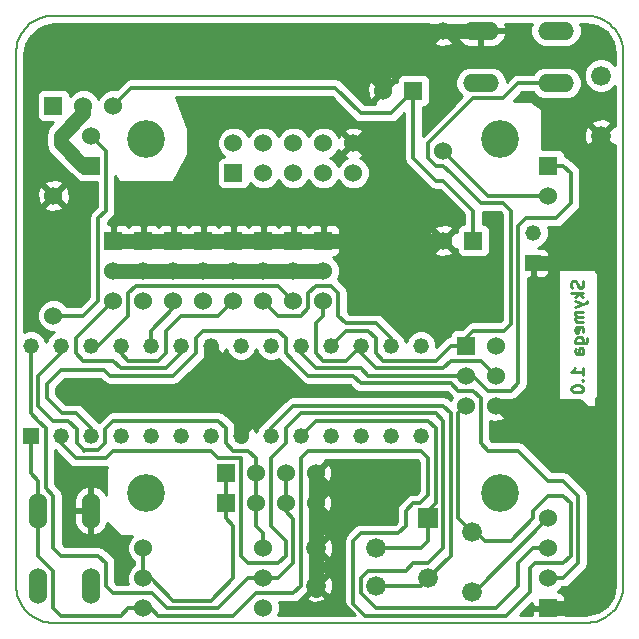
<source format=gbl>
G04 (created by PCBNEW-RS274X (2010-00-09 BZR 23xx)-stable) date Sun 13 Nov 2011 01:59:46 PM CET*
G01*
G70*
G90*
%MOIN*%
G04 Gerber Fmt 3.4, Leading zero omitted, Abs format*
%FSLAX34Y34*%
G04 APERTURE LIST*
%ADD10C,0.006000*%
%ADD11C,0.010000*%
%ADD12C,0.005000*%
%ADD13R,0.060000X0.060000*%
%ADD14C,0.060000*%
%ADD15C,0.126000*%
%ADD16R,0.052000X0.052000*%
%ADD17C,0.052000*%
%ADD18O,0.120000X0.060000*%
%ADD19O,0.060000X0.120000*%
%ADD20R,0.066000X0.066000*%
%ADD21C,0.066000*%
%ADD22C,0.012000*%
%ADD23C,0.025000*%
%ADD24C,0.050000*%
G04 APERTURE END LIST*
G54D10*
G54D11*
X61643Y-32843D02*
X61662Y-32900D01*
X61662Y-32996D01*
X61643Y-33034D01*
X61624Y-33053D01*
X61586Y-33072D01*
X61548Y-33072D01*
X61510Y-33053D01*
X61490Y-33034D01*
X61471Y-32996D01*
X61452Y-32919D01*
X61433Y-32881D01*
X61414Y-32862D01*
X61376Y-32843D01*
X61338Y-32843D01*
X61300Y-32862D01*
X61281Y-32881D01*
X61262Y-32919D01*
X61262Y-33015D01*
X61281Y-33072D01*
X61662Y-33243D02*
X61262Y-33243D01*
X61510Y-33281D02*
X61662Y-33396D01*
X61395Y-33396D02*
X61548Y-33243D01*
X61395Y-33529D02*
X61662Y-33624D01*
X61395Y-33720D02*
X61662Y-33624D01*
X61757Y-33586D01*
X61776Y-33567D01*
X61795Y-33529D01*
X61662Y-33872D02*
X61395Y-33872D01*
X61433Y-33872D02*
X61414Y-33891D01*
X61395Y-33929D01*
X61395Y-33987D01*
X61414Y-34025D01*
X61452Y-34044D01*
X61662Y-34044D01*
X61452Y-34044D02*
X61414Y-34063D01*
X61395Y-34101D01*
X61395Y-34158D01*
X61414Y-34196D01*
X61452Y-34215D01*
X61662Y-34215D01*
X61643Y-34558D02*
X61662Y-34520D01*
X61662Y-34443D01*
X61643Y-34405D01*
X61605Y-34386D01*
X61452Y-34386D01*
X61414Y-34405D01*
X61395Y-34443D01*
X61395Y-34520D01*
X61414Y-34558D01*
X61452Y-34577D01*
X61490Y-34577D01*
X61529Y-34386D01*
X61395Y-34920D02*
X61719Y-34920D01*
X61757Y-34901D01*
X61776Y-34882D01*
X61795Y-34843D01*
X61795Y-34786D01*
X61776Y-34748D01*
X61643Y-34920D02*
X61662Y-34882D01*
X61662Y-34805D01*
X61643Y-34767D01*
X61624Y-34748D01*
X61586Y-34729D01*
X61471Y-34729D01*
X61433Y-34748D01*
X61414Y-34767D01*
X61395Y-34805D01*
X61395Y-34882D01*
X61414Y-34920D01*
X61662Y-35282D02*
X61452Y-35282D01*
X61414Y-35263D01*
X61395Y-35225D01*
X61395Y-35148D01*
X61414Y-35110D01*
X61643Y-35282D02*
X61662Y-35244D01*
X61662Y-35148D01*
X61643Y-35110D01*
X61605Y-35091D01*
X61567Y-35091D01*
X61529Y-35110D01*
X61510Y-35148D01*
X61510Y-35244D01*
X61490Y-35282D01*
X61662Y-35987D02*
X61662Y-35758D01*
X61662Y-35872D02*
X61262Y-35872D01*
X61319Y-35834D01*
X61357Y-35796D01*
X61376Y-35758D01*
X61624Y-36158D02*
X61643Y-36177D01*
X61662Y-36158D01*
X61643Y-36139D01*
X61624Y-36158D01*
X61662Y-36158D01*
X61262Y-36424D02*
X61262Y-36463D01*
X61281Y-36501D01*
X61300Y-36520D01*
X61338Y-36539D01*
X61414Y-36558D01*
X61510Y-36558D01*
X61586Y-36539D01*
X61624Y-36520D01*
X61643Y-36501D01*
X61662Y-36463D01*
X61662Y-36424D01*
X61643Y-36386D01*
X61624Y-36367D01*
X61586Y-36348D01*
X61510Y-36329D01*
X61414Y-36329D01*
X61338Y-36348D01*
X61300Y-36367D01*
X61281Y-36386D01*
X61262Y-36424D01*
G54D12*
X44000Y-24000D02*
X61750Y-24000D01*
X42750Y-25250D02*
X42750Y-43000D01*
X44000Y-24000D02*
X43892Y-24005D01*
X43783Y-24019D01*
X43677Y-24043D01*
X43573Y-24076D01*
X43472Y-24118D01*
X43376Y-24168D01*
X43284Y-24227D01*
X43197Y-24293D01*
X43117Y-24367D01*
X43043Y-24447D01*
X42977Y-24534D01*
X42918Y-24626D01*
X42868Y-24722D01*
X42826Y-24823D01*
X42793Y-24927D01*
X42769Y-25033D01*
X42755Y-25142D01*
X42750Y-25250D01*
X63000Y-43000D02*
X63000Y-25250D01*
X63000Y-25250D02*
X62995Y-25142D01*
X62981Y-25033D01*
X62957Y-24927D01*
X62924Y-24823D01*
X62882Y-24722D01*
X62832Y-24626D01*
X62773Y-24534D01*
X62707Y-24447D01*
X62633Y-24367D01*
X62553Y-24293D01*
X62466Y-24227D01*
X62375Y-24168D01*
X62278Y-24118D01*
X62177Y-24076D01*
X62073Y-24043D01*
X61967Y-24019D01*
X61858Y-24005D01*
X61750Y-24000D01*
X44000Y-44250D02*
X61750Y-44250D01*
X61750Y-44250D02*
X61858Y-44245D01*
X61967Y-44231D01*
X62073Y-44207D01*
X62177Y-44174D01*
X62278Y-44132D01*
X62375Y-44082D01*
X62466Y-44023D01*
X62553Y-43957D01*
X62633Y-43883D01*
X62707Y-43803D01*
X62773Y-43716D01*
X62832Y-43624D01*
X62882Y-43528D01*
X62924Y-43427D01*
X62957Y-43323D01*
X62981Y-43217D01*
X62995Y-43108D01*
X63000Y-43000D01*
X42750Y-43000D02*
X42755Y-43108D01*
X42769Y-43217D01*
X42793Y-43323D01*
X42826Y-43427D01*
X42868Y-43528D01*
X42918Y-43624D01*
X42977Y-43716D01*
X43043Y-43803D01*
X43117Y-43883D01*
X43197Y-43957D01*
X43284Y-44023D01*
X43376Y-44082D01*
X43472Y-44132D01*
X43573Y-44174D01*
X43677Y-44207D01*
X43783Y-44231D01*
X43892Y-44245D01*
X44000Y-44250D01*
G54D13*
X60500Y-43750D03*
G54D14*
X60500Y-42750D03*
X60500Y-41750D03*
X60500Y-40750D03*
G54D15*
X58890Y-39920D03*
X47080Y-28110D03*
X58890Y-28110D03*
G54D16*
X43250Y-38000D03*
G54D17*
X44250Y-38000D03*
X45250Y-38000D03*
X46250Y-38000D03*
X47250Y-38000D03*
X48250Y-38000D03*
X49250Y-38000D03*
X50250Y-38000D03*
X51250Y-38000D03*
X52250Y-38000D03*
X53250Y-38000D03*
X54250Y-38000D03*
X55250Y-38000D03*
X56250Y-38000D03*
X56250Y-35000D03*
X55250Y-35000D03*
X54250Y-35000D03*
X53250Y-35000D03*
X52250Y-35000D03*
X51250Y-35000D03*
X50250Y-35000D03*
X49250Y-35000D03*
X48250Y-35000D03*
X47250Y-35000D03*
X46250Y-35000D03*
X45250Y-35000D03*
X44250Y-35000D03*
X43250Y-35000D03*
G54D15*
X47080Y-39920D03*
G54D13*
X50000Y-29250D03*
G54D14*
X51000Y-29250D03*
X52000Y-29250D03*
X53000Y-29250D03*
X54000Y-29250D03*
X50000Y-28250D03*
X51000Y-28250D03*
X52000Y-28250D03*
X53000Y-28250D03*
X54000Y-28250D03*
G54D18*
X58250Y-24500D03*
X60750Y-24500D03*
X58250Y-26250D03*
X60750Y-26250D03*
G54D19*
X45250Y-40500D03*
X45250Y-43000D03*
X43500Y-40500D03*
X43500Y-43000D03*
G54D13*
X46000Y-31500D03*
G54D14*
X46000Y-32500D03*
X46000Y-33500D03*
G54D13*
X47000Y-31500D03*
G54D14*
X47000Y-32500D03*
X47000Y-33500D03*
G54D13*
X48000Y-31500D03*
G54D14*
X48000Y-32500D03*
X48000Y-33500D03*
G54D13*
X49000Y-31500D03*
G54D14*
X49000Y-32500D03*
X49000Y-33500D03*
G54D13*
X50000Y-31500D03*
G54D14*
X50000Y-32500D03*
X50000Y-33500D03*
G54D13*
X51000Y-31500D03*
G54D14*
X51000Y-32500D03*
X51000Y-33500D03*
G54D13*
X52000Y-31500D03*
G54D14*
X52000Y-32500D03*
X52000Y-33500D03*
G54D13*
X53000Y-31500D03*
G54D14*
X53000Y-32500D03*
X53000Y-33500D03*
X51000Y-43750D03*
X47000Y-43750D03*
X51000Y-41750D03*
X47000Y-41750D03*
X51000Y-42750D03*
X47000Y-42750D03*
X57000Y-24500D03*
X57000Y-28500D03*
X44000Y-34000D03*
X44000Y-30000D03*
G54D13*
X49750Y-39250D03*
G54D14*
X50750Y-39250D03*
X51750Y-39250D03*
X52750Y-39250D03*
G54D13*
X49750Y-40250D03*
G54D14*
X50750Y-40250D03*
X51750Y-40250D03*
X52750Y-40250D03*
G54D20*
X56500Y-40750D03*
G54D21*
X56500Y-42750D03*
X54750Y-43000D03*
X52750Y-43000D03*
X54750Y-41750D03*
X52750Y-41750D03*
G54D17*
X60000Y-31250D03*
G54D16*
X60000Y-32250D03*
G54D21*
X62250Y-28000D03*
X62250Y-26000D03*
G54D13*
X56000Y-26500D03*
G54D14*
X55000Y-26500D03*
G54D13*
X58000Y-31500D03*
G54D14*
X57000Y-31500D03*
G54D13*
X60500Y-29000D03*
G54D14*
X60500Y-30000D03*
G54D13*
X45250Y-29000D03*
G54D14*
X45250Y-28000D03*
G54D13*
X44000Y-27000D03*
G54D14*
X45000Y-27000D03*
X46000Y-27000D03*
G54D13*
X57750Y-35000D03*
G54D14*
X57750Y-36000D03*
X57750Y-37000D03*
X58750Y-35000D03*
X58750Y-36000D03*
X58750Y-37000D03*
G54D21*
X57950Y-43200D03*
X57950Y-41200D03*
G54D22*
X56750Y-29000D02*
X56500Y-28750D01*
X57250Y-29250D02*
X57000Y-29000D01*
X57750Y-34750D02*
X58000Y-34500D01*
X58000Y-34500D02*
X59028Y-34500D01*
X59028Y-34500D02*
X59250Y-34278D01*
X59250Y-34278D02*
X59250Y-30500D01*
X59250Y-30500D02*
X59000Y-30250D01*
X59000Y-30250D02*
X58250Y-30250D01*
X58250Y-30250D02*
X57250Y-29250D01*
X57750Y-35000D02*
X57750Y-34750D01*
X57000Y-29000D02*
X56750Y-29000D01*
X59500Y-26250D02*
X60750Y-26250D01*
X59000Y-26750D02*
X59500Y-26250D01*
X58000Y-26750D02*
X59000Y-26750D01*
X56500Y-28250D02*
X58000Y-26750D01*
X56500Y-28750D02*
X56500Y-28250D01*
X53250Y-35000D02*
X53750Y-34500D01*
X57250Y-35000D02*
X57750Y-35000D01*
X56750Y-35500D02*
X57250Y-35000D01*
X55000Y-35500D02*
X56750Y-35500D01*
X54750Y-35250D02*
X55000Y-35500D01*
X54750Y-34750D02*
X54750Y-35250D01*
X54500Y-34500D02*
X54750Y-34750D01*
X53750Y-34500D02*
X54500Y-34500D01*
X53250Y-35500D02*
X53000Y-35500D01*
X53000Y-34000D02*
X52750Y-34250D01*
X53250Y-35500D02*
X53750Y-35500D01*
X54250Y-35000D02*
X53750Y-35500D01*
X53000Y-34000D02*
X53000Y-33500D01*
X52750Y-35250D02*
X52750Y-34250D01*
X53000Y-35500D02*
X52750Y-35250D01*
X54750Y-35750D02*
X57000Y-35750D01*
X57250Y-35500D02*
X58250Y-35500D01*
X58750Y-36000D02*
X58250Y-35500D01*
X54250Y-35250D02*
X54750Y-35750D01*
X54250Y-35250D02*
X54250Y-35000D01*
X57000Y-35750D02*
X57250Y-35500D01*
X52750Y-33000D02*
X53250Y-33000D01*
X51500Y-34000D02*
X52250Y-34000D01*
X52250Y-34000D02*
X52500Y-33750D01*
X52500Y-33750D02*
X52500Y-33250D01*
X52500Y-33250D02*
X52750Y-33000D01*
X51000Y-33500D02*
X51500Y-34000D01*
X55250Y-34750D02*
X55250Y-35000D01*
X54750Y-34250D02*
X55250Y-34750D01*
X53750Y-34250D02*
X54750Y-34250D01*
X53500Y-34000D02*
X53750Y-34250D01*
X53500Y-33250D02*
X53500Y-34000D01*
X53250Y-33000D02*
X53500Y-33250D01*
X52250Y-35000D02*
X52250Y-35250D01*
X54500Y-36000D02*
X57750Y-36000D01*
X54250Y-35750D02*
X54500Y-36000D01*
X52750Y-35750D02*
X54250Y-35750D01*
X52250Y-35250D02*
X52750Y-35750D01*
X60750Y-30750D02*
X59750Y-30750D01*
X58500Y-36500D02*
X58000Y-36000D01*
X57750Y-36000D02*
X58000Y-36000D01*
X61000Y-29000D02*
X60500Y-29000D01*
X61250Y-29250D02*
X61000Y-29000D01*
X61250Y-30250D02*
X61250Y-29250D01*
X60750Y-30750D02*
X61250Y-30250D01*
X59500Y-36250D02*
X59500Y-33000D01*
X59250Y-36500D02*
X59500Y-36250D01*
X59250Y-36500D02*
X58500Y-36500D01*
X59500Y-31000D02*
X59500Y-33000D01*
X59750Y-30750D02*
X59500Y-31000D01*
X44750Y-35250D02*
X44750Y-34750D01*
X44750Y-35250D02*
X45000Y-35500D01*
X45000Y-35500D02*
X46000Y-35500D01*
X46000Y-35500D02*
X46250Y-35750D01*
X46250Y-35750D02*
X47750Y-35750D01*
X47750Y-35750D02*
X48250Y-35250D01*
X48250Y-35000D02*
X48250Y-35250D01*
X44750Y-34750D02*
X46000Y-33500D01*
X47250Y-35000D02*
X47250Y-34500D01*
X48000Y-33750D02*
X48000Y-33500D01*
X47250Y-34500D02*
X48000Y-33750D01*
X46250Y-35000D02*
X46250Y-35250D01*
X46250Y-35250D02*
X46500Y-35500D01*
X46500Y-35500D02*
X47500Y-35500D01*
X47500Y-35500D02*
X47750Y-35250D01*
X47750Y-35250D02*
X47750Y-34750D01*
X47750Y-34750D02*
X47750Y-34500D01*
X49500Y-34000D02*
X50000Y-33500D01*
X48250Y-34000D02*
X49500Y-34000D01*
X47750Y-34500D02*
X48250Y-34000D01*
X46250Y-35000D02*
X46250Y-35250D01*
X45250Y-35000D02*
X45500Y-35000D01*
X51500Y-33000D02*
X46750Y-33000D01*
X46750Y-33000D02*
X46500Y-33250D01*
X51500Y-33000D02*
X52000Y-33500D01*
X46500Y-34000D02*
X46500Y-33250D01*
X45500Y-35000D02*
X46500Y-34000D01*
X57950Y-41200D02*
X58100Y-41200D01*
X54000Y-43600D02*
X54400Y-44000D01*
X54400Y-44000D02*
X59100Y-44000D01*
X59100Y-44000D02*
X59900Y-43200D01*
X56000Y-40250D02*
X56222Y-40250D01*
X56222Y-40250D02*
X56250Y-40222D01*
X56250Y-38500D02*
X56500Y-38750D01*
X56500Y-38750D02*
X56500Y-39972D01*
X56500Y-39972D02*
X56250Y-40222D01*
X55750Y-40500D02*
X55750Y-41000D01*
X55750Y-41000D02*
X55500Y-41250D01*
X55500Y-41250D02*
X54250Y-41250D01*
X54250Y-41250D02*
X54000Y-41500D01*
X54000Y-41500D02*
X54000Y-43500D01*
X52250Y-39000D02*
X52250Y-43000D01*
X52250Y-43000D02*
X52000Y-43250D01*
X52000Y-43250D02*
X50750Y-43250D01*
X50750Y-43250D02*
X50250Y-43750D01*
X52250Y-38750D02*
X52250Y-39000D01*
X52500Y-38500D02*
X52250Y-38750D01*
X53000Y-38500D02*
X52500Y-38500D01*
X61250Y-42000D02*
X61000Y-42250D01*
X61250Y-40250D02*
X61250Y-42000D01*
X61000Y-40000D02*
X61250Y-40250D01*
X60500Y-40000D02*
X61000Y-40000D01*
X60000Y-40500D02*
X60500Y-40000D01*
X60000Y-40750D02*
X60000Y-40500D01*
X53000Y-38500D02*
X56250Y-38500D01*
X47250Y-43750D02*
X47000Y-43750D01*
X47500Y-44000D02*
X47250Y-43750D01*
X50000Y-44000D02*
X47500Y-44000D01*
X50250Y-43750D02*
X50000Y-44000D01*
X59250Y-41500D02*
X60000Y-40750D01*
X55750Y-40500D02*
X56000Y-40250D01*
X59900Y-42400D02*
X60050Y-42250D01*
X59900Y-43200D02*
X59900Y-42400D01*
X60050Y-42250D02*
X61000Y-42250D01*
X58400Y-41500D02*
X59250Y-41500D01*
X54000Y-43500D02*
X54000Y-43600D01*
X58100Y-41200D02*
X58400Y-41500D01*
X57500Y-40600D02*
X57500Y-40750D01*
X57500Y-40250D02*
X57500Y-40600D01*
X57750Y-37000D02*
X57500Y-37250D01*
X57500Y-40250D02*
X57500Y-37250D01*
X57500Y-40750D02*
X57950Y-41200D01*
X43500Y-40500D02*
X43500Y-42000D01*
X46500Y-43750D02*
X47000Y-43750D01*
X46250Y-44000D02*
X46500Y-43750D01*
X44250Y-44000D02*
X46250Y-44000D01*
X44000Y-43750D02*
X44250Y-44000D01*
X44000Y-42500D02*
X44000Y-43750D01*
X43500Y-42000D02*
X44000Y-42500D01*
X43250Y-38000D02*
X43250Y-39250D01*
X43500Y-39500D02*
X43500Y-40500D01*
X43250Y-39250D02*
X43500Y-39500D01*
X54250Y-43250D02*
X54750Y-43750D01*
X59500Y-42250D02*
X59500Y-43000D01*
X59500Y-43000D02*
X58750Y-43750D01*
X44750Y-38750D02*
X45750Y-38750D01*
X57000Y-41500D02*
X57000Y-41750D01*
X60500Y-41750D02*
X60000Y-41750D01*
X56500Y-42250D02*
X56000Y-42250D01*
X56000Y-42250D02*
X55750Y-42500D01*
X55750Y-42500D02*
X55500Y-42500D01*
X54500Y-42500D02*
X54250Y-42750D01*
X54250Y-42750D02*
X54250Y-43250D01*
X55500Y-42500D02*
X54500Y-42500D01*
X57000Y-37500D02*
X57000Y-37750D01*
X51750Y-37750D02*
X52250Y-37250D01*
X52250Y-37250D02*
X56500Y-37250D01*
X56500Y-37250D02*
X56750Y-37250D01*
X51500Y-42250D02*
X51750Y-42000D01*
X51750Y-42000D02*
X51750Y-41500D01*
X51750Y-41500D02*
X51250Y-41000D01*
X51250Y-41000D02*
X51250Y-38750D01*
X51250Y-38750D02*
X51750Y-38250D01*
X57000Y-37750D02*
X57000Y-41500D01*
X44250Y-38250D02*
X44250Y-38000D01*
X50250Y-42000D02*
X50500Y-42250D01*
X50250Y-38750D02*
X50250Y-42000D01*
X44250Y-38250D02*
X44750Y-38750D01*
X50500Y-42250D02*
X51500Y-42250D01*
X51750Y-38250D02*
X51750Y-37750D01*
X56750Y-37250D02*
X57000Y-37500D01*
X57000Y-41750D02*
X56500Y-42250D01*
X49500Y-38750D02*
X50250Y-38750D01*
X49250Y-38500D02*
X49500Y-38750D01*
X46000Y-38500D02*
X49250Y-38500D01*
X45750Y-38750D02*
X46000Y-38500D01*
X60000Y-41750D02*
X59500Y-42250D01*
X54750Y-43750D02*
X58750Y-43750D01*
X43750Y-38500D02*
X43750Y-39750D01*
X50500Y-42750D02*
X49500Y-43750D01*
X49500Y-43750D02*
X47778Y-43750D01*
X47778Y-43750D02*
X47278Y-43250D01*
X43250Y-35000D02*
X43250Y-37250D01*
X43500Y-37500D02*
X43250Y-37250D01*
X43750Y-37750D02*
X43500Y-37500D01*
X43750Y-38500D02*
X43750Y-37750D01*
X50500Y-42750D02*
X51000Y-42750D01*
X46000Y-43250D02*
X47278Y-43250D01*
X45750Y-43000D02*
X46000Y-43250D01*
X45750Y-42250D02*
X45750Y-43000D01*
X45500Y-42000D02*
X45750Y-42250D01*
X44250Y-42000D02*
X45500Y-42000D01*
X44000Y-41750D02*
X44250Y-42000D01*
X44000Y-40000D02*
X44000Y-41750D01*
X43750Y-39750D02*
X44000Y-40000D01*
X51000Y-42750D02*
X51500Y-42750D01*
X51750Y-40528D02*
X51750Y-40250D01*
X52000Y-40778D02*
X51750Y-40528D01*
X52000Y-42250D02*
X52000Y-40778D01*
X51500Y-42750D02*
X52000Y-42250D01*
X51750Y-40250D02*
X51750Y-39250D01*
X45014Y-38486D02*
X45486Y-38486D01*
X50750Y-38750D02*
X50750Y-39250D01*
X50750Y-38750D02*
X50500Y-38500D01*
X50000Y-38500D02*
X50500Y-38500D01*
X49750Y-38250D02*
X50000Y-38500D01*
X49750Y-37750D02*
X49750Y-38250D01*
X49500Y-37500D02*
X49750Y-37750D01*
X46000Y-37500D02*
X49500Y-37500D01*
X45722Y-37778D02*
X46000Y-37500D01*
X45722Y-38250D02*
X45722Y-37778D01*
X45486Y-38486D02*
X45722Y-38250D01*
X44778Y-38250D02*
X44778Y-37778D01*
X45028Y-38500D02*
X45014Y-38486D01*
X45014Y-38486D02*
X44778Y-38250D01*
X44250Y-35250D02*
X44250Y-35000D01*
X43500Y-36000D02*
X44250Y-35250D01*
X43500Y-37000D02*
X43500Y-36000D01*
X44000Y-37500D02*
X43500Y-37000D01*
X44500Y-37500D02*
X44000Y-37500D01*
X44778Y-37778D02*
X44500Y-37500D01*
X51000Y-41750D02*
X51000Y-41250D01*
X50750Y-41000D02*
X50750Y-40250D01*
X51000Y-41250D02*
X50750Y-41000D01*
X50750Y-40250D02*
X50750Y-39250D01*
X49500Y-34500D02*
X51500Y-34500D01*
X52000Y-35500D02*
X52500Y-36000D01*
X52500Y-36000D02*
X54000Y-36000D01*
X54000Y-36000D02*
X54250Y-36250D01*
X54250Y-36250D02*
X57250Y-36250D01*
X57250Y-36250D02*
X57500Y-36500D01*
X57500Y-36500D02*
X58000Y-36500D01*
X45888Y-36000D02*
X48000Y-36000D01*
X45250Y-37750D02*
X44750Y-37250D01*
X44750Y-37250D02*
X44278Y-37250D01*
X44278Y-37250D02*
X43778Y-36750D01*
X43778Y-36750D02*
X43778Y-36278D01*
X43778Y-36278D02*
X44250Y-35806D01*
X44250Y-35806D02*
X45694Y-35806D01*
X45694Y-35806D02*
X45888Y-36000D01*
X58250Y-37500D02*
X58250Y-38250D01*
X61000Y-42750D02*
X61500Y-42250D01*
X61500Y-42250D02*
X61500Y-40000D01*
X49500Y-34500D02*
X49000Y-34500D01*
X49000Y-34500D02*
X48750Y-34750D01*
X58250Y-36750D02*
X58000Y-36500D01*
X58250Y-37500D02*
X58250Y-36750D01*
X60500Y-42750D02*
X61000Y-42750D01*
X61000Y-39500D02*
X61500Y-40000D01*
X60500Y-39500D02*
X61000Y-39500D01*
X59500Y-38500D02*
X60500Y-39500D01*
X58500Y-38500D02*
X59500Y-38500D01*
X58250Y-38250D02*
X58500Y-38500D01*
X45250Y-37750D02*
X45250Y-38000D01*
X48750Y-35250D02*
X48750Y-34750D01*
X48000Y-36000D02*
X48750Y-35250D01*
X51750Y-35250D02*
X52000Y-35500D01*
X51750Y-34750D02*
X51750Y-35250D01*
X51500Y-34500D02*
X51750Y-34750D01*
X60500Y-42750D02*
X60750Y-42750D01*
X47050Y-26400D02*
X46600Y-26400D01*
X46600Y-26400D02*
X46000Y-27000D01*
X58000Y-31500D02*
X58000Y-30500D01*
X56000Y-28750D02*
X56000Y-26500D01*
X56750Y-29500D02*
X56000Y-28750D01*
X57000Y-29500D02*
X56750Y-29500D01*
X58000Y-30500D02*
X57000Y-29500D01*
X47000Y-26400D02*
X47050Y-26400D01*
X47050Y-26400D02*
X53400Y-26400D01*
X55250Y-27250D02*
X56000Y-26500D01*
X54250Y-27250D02*
X55250Y-27250D01*
X53400Y-26400D02*
X54250Y-27250D01*
G54D23*
X62500Y-38250D02*
X62500Y-32500D01*
X62500Y-32500D02*
X62000Y-32000D01*
G54D24*
X54000Y-28250D02*
X54500Y-28250D01*
X55250Y-29000D02*
X55250Y-31500D01*
X54500Y-28250D02*
X55250Y-29000D01*
X53000Y-31500D02*
X55250Y-31500D01*
X55250Y-31500D02*
X57000Y-31500D01*
X52000Y-31500D02*
X53000Y-31500D01*
X51000Y-31500D02*
X52000Y-31500D01*
X50000Y-31500D02*
X51000Y-31500D01*
X49000Y-31500D02*
X50000Y-31500D01*
X48000Y-31500D02*
X49000Y-31500D01*
X47000Y-31500D02*
X48000Y-31500D01*
X46000Y-31500D02*
X47000Y-31500D01*
X55000Y-26500D02*
X55000Y-25000D01*
X55000Y-25000D02*
X55500Y-24500D01*
X55500Y-24500D02*
X57000Y-24500D01*
X57000Y-24500D02*
X58250Y-24500D01*
X60000Y-32250D02*
X61750Y-32250D01*
X61750Y-32250D02*
X62000Y-32000D01*
X62000Y-32000D02*
X62250Y-31750D01*
X62250Y-31750D02*
X62250Y-28000D01*
X60500Y-43750D02*
X61750Y-43750D01*
X62500Y-43000D02*
X62500Y-38250D01*
X61750Y-43750D02*
X62500Y-43000D01*
X61500Y-37000D02*
X58750Y-37000D01*
X62500Y-38000D02*
X61500Y-37000D01*
X62500Y-38250D02*
X62500Y-38000D01*
X50250Y-38000D02*
X50250Y-37250D01*
X50250Y-37250D02*
X49250Y-36250D01*
X49250Y-36250D02*
X49250Y-35000D01*
X52750Y-43000D02*
X52750Y-43150D01*
X52750Y-41750D02*
X52750Y-43000D01*
X52750Y-40250D02*
X52750Y-41750D01*
X52750Y-39250D02*
X52750Y-40250D01*
G54D22*
X57950Y-43200D02*
X58050Y-43200D01*
X58050Y-43200D02*
X60500Y-40750D01*
X57250Y-37500D02*
X57250Y-37250D01*
X51250Y-37750D02*
X52000Y-37000D01*
X52000Y-37000D02*
X57000Y-37000D01*
X57250Y-40500D02*
X57250Y-37500D01*
X51250Y-37750D02*
X51250Y-38000D01*
X57250Y-37250D02*
X57000Y-37000D01*
X56500Y-42750D02*
X57250Y-42000D01*
X57250Y-42000D02*
X57250Y-40500D01*
X57250Y-40500D02*
X57250Y-40564D01*
X54750Y-43000D02*
X56250Y-43000D01*
X56250Y-43000D02*
X56500Y-42750D01*
X56500Y-40750D02*
X56500Y-40500D01*
X56750Y-37750D02*
X56500Y-37500D01*
X52750Y-37500D02*
X52250Y-38000D01*
X56750Y-38000D02*
X56750Y-40250D01*
X52750Y-37500D02*
X56500Y-37500D01*
X56750Y-38000D02*
X56750Y-37750D01*
X56500Y-40500D02*
X56750Y-40250D01*
X54750Y-41750D02*
X56250Y-41750D01*
X56500Y-41500D02*
X56500Y-40750D01*
X56250Y-41750D02*
X56500Y-41500D01*
X45500Y-33250D02*
X45500Y-33500D01*
X45500Y-30750D02*
X45500Y-33250D01*
X44000Y-34000D02*
X44750Y-34000D01*
X45750Y-28500D02*
X45250Y-28000D01*
X45750Y-30500D02*
X45750Y-28500D01*
X45750Y-30500D02*
X45500Y-30750D01*
X45000Y-34000D02*
X44750Y-34000D01*
X45500Y-33500D02*
X45000Y-34000D01*
X57000Y-28500D02*
X58500Y-30000D01*
X58500Y-30000D02*
X60500Y-30000D01*
X47000Y-42750D02*
X47250Y-42750D01*
X49750Y-40750D02*
X49750Y-40250D01*
X50000Y-41000D02*
X49750Y-40750D01*
X50000Y-42750D02*
X50000Y-41000D01*
X49250Y-43500D02*
X50000Y-42750D01*
X48000Y-43500D02*
X49250Y-43500D01*
X47250Y-42750D02*
X48000Y-43500D01*
X47000Y-41750D02*
X47000Y-42750D01*
X49750Y-39250D02*
X49750Y-40250D01*
G54D24*
X45250Y-29000D02*
X45000Y-29000D01*
X45000Y-29000D02*
X44250Y-28250D01*
X44250Y-28250D02*
X44250Y-28000D01*
X44250Y-28000D02*
X45000Y-27250D01*
X45000Y-27250D02*
X45000Y-27000D01*
X52000Y-32500D02*
X53000Y-32500D01*
X51000Y-32500D02*
X52000Y-32500D01*
X50000Y-32500D02*
X51000Y-32500D01*
X49000Y-32500D02*
X50000Y-32500D01*
X48000Y-32500D02*
X49000Y-32500D01*
X47000Y-32500D02*
X48000Y-32500D01*
X46000Y-32500D02*
X47000Y-32500D01*
G54D10*
G36*
X46690Y-42284D02*
X46689Y-42285D01*
X46535Y-42439D01*
X46451Y-42641D01*
X46451Y-42859D01*
X46484Y-42940D01*
X46128Y-42940D01*
X46060Y-42871D01*
X46060Y-42250D01*
X46036Y-42132D01*
X46036Y-42131D01*
X46002Y-42081D01*
X45969Y-42031D01*
X45969Y-42030D01*
X45719Y-41781D01*
X45619Y-41714D01*
X45500Y-41690D01*
X45200Y-41690D01*
X45200Y-41285D01*
X45200Y-40550D01*
X45200Y-40450D01*
X45200Y-39715D01*
X45115Y-39668D01*
X44932Y-39740D01*
X44780Y-39897D01*
X44700Y-40100D01*
X44700Y-40450D01*
X45200Y-40450D01*
X45200Y-40550D01*
X44700Y-40550D01*
X44700Y-40900D01*
X44780Y-41103D01*
X44932Y-41260D01*
X45115Y-41332D01*
X45200Y-41285D01*
X45200Y-41690D01*
X44378Y-41690D01*
X44310Y-41621D01*
X44310Y-40000D01*
X44286Y-39882D01*
X44286Y-39881D01*
X44252Y-39831D01*
X44219Y-39781D01*
X44219Y-39780D01*
X44060Y-39621D01*
X44060Y-38500D01*
X44060Y-38498D01*
X44531Y-38969D01*
X44631Y-39036D01*
X44632Y-39036D01*
X44750Y-39060D01*
X45750Y-39060D01*
X45793Y-39051D01*
X45750Y-39138D01*
X45750Y-39973D01*
X45720Y-39897D01*
X45568Y-39740D01*
X45385Y-39668D01*
X45300Y-39715D01*
X45300Y-40400D01*
X45300Y-40450D01*
X45300Y-40550D01*
X45300Y-40600D01*
X45300Y-41285D01*
X45385Y-41332D01*
X45568Y-41260D01*
X45720Y-41103D01*
X45794Y-40915D01*
X46229Y-41350D01*
X46624Y-41350D01*
X46535Y-41439D01*
X46451Y-41641D01*
X46451Y-41859D01*
X46535Y-42061D01*
X46689Y-42215D01*
X46690Y-42215D01*
X46690Y-42284D01*
X46690Y-42284D01*
G37*
G54D11*
X46690Y-42284D02*
X46689Y-42285D01*
X46535Y-42439D01*
X46451Y-42641D01*
X46451Y-42859D01*
X46484Y-42940D01*
X46128Y-42940D01*
X46060Y-42871D01*
X46060Y-42250D01*
X46036Y-42132D01*
X46036Y-42131D01*
X46002Y-42081D01*
X45969Y-42031D01*
X45969Y-42030D01*
X45719Y-41781D01*
X45619Y-41714D01*
X45500Y-41690D01*
X45200Y-41690D01*
X45200Y-41285D01*
X45200Y-40550D01*
X45200Y-40450D01*
X45200Y-39715D01*
X45115Y-39668D01*
X44932Y-39740D01*
X44780Y-39897D01*
X44700Y-40100D01*
X44700Y-40450D01*
X45200Y-40450D01*
X45200Y-40550D01*
X44700Y-40550D01*
X44700Y-40900D01*
X44780Y-41103D01*
X44932Y-41260D01*
X45115Y-41332D01*
X45200Y-41285D01*
X45200Y-41690D01*
X44378Y-41690D01*
X44310Y-41621D01*
X44310Y-40000D01*
X44286Y-39882D01*
X44286Y-39881D01*
X44252Y-39831D01*
X44219Y-39781D01*
X44219Y-39780D01*
X44060Y-39621D01*
X44060Y-38500D01*
X44060Y-38498D01*
X44531Y-38969D01*
X44631Y-39036D01*
X44632Y-39036D01*
X44750Y-39060D01*
X45750Y-39060D01*
X45793Y-39051D01*
X45750Y-39138D01*
X45750Y-39973D01*
X45720Y-39897D01*
X45568Y-39740D01*
X45385Y-39668D01*
X45300Y-39715D01*
X45300Y-40400D01*
X45300Y-40450D01*
X45300Y-40550D01*
X45300Y-40600D01*
X45300Y-41285D01*
X45385Y-41332D01*
X45568Y-41260D01*
X45720Y-41103D01*
X45794Y-40915D01*
X46229Y-41350D01*
X46624Y-41350D01*
X46535Y-41439D01*
X46451Y-41641D01*
X46451Y-41859D01*
X46535Y-42061D01*
X46689Y-42215D01*
X46690Y-42215D01*
X46690Y-42284D01*
G54D10*
G36*
X56190Y-39843D02*
X56093Y-39940D01*
X56000Y-39940D01*
X55881Y-39964D01*
X55831Y-39997D01*
X55780Y-40031D01*
X55531Y-40281D01*
X55464Y-40381D01*
X55440Y-40500D01*
X55440Y-40871D01*
X55371Y-40940D01*
X54250Y-40940D01*
X54131Y-40964D01*
X54081Y-40997D01*
X54030Y-41031D01*
X53781Y-41281D01*
X53714Y-41381D01*
X53690Y-41500D01*
X53690Y-43500D01*
X53714Y-43619D01*
X53781Y-43719D01*
X54036Y-43975D01*
X53323Y-43975D01*
X53323Y-43086D01*
X53323Y-41836D01*
X53312Y-41611D01*
X53293Y-41565D01*
X53293Y-40329D01*
X53293Y-39329D01*
X53282Y-39116D01*
X53222Y-38969D01*
X53128Y-38942D01*
X52821Y-39250D01*
X53128Y-39558D01*
X53222Y-39531D01*
X53293Y-39329D01*
X53293Y-40329D01*
X53282Y-40116D01*
X53222Y-39969D01*
X53128Y-39942D01*
X52821Y-40250D01*
X53128Y-40558D01*
X53222Y-40531D01*
X53293Y-40329D01*
X53293Y-41565D01*
X53246Y-41452D01*
X53150Y-41421D01*
X52821Y-41750D01*
X53150Y-42079D01*
X53246Y-42048D01*
X53323Y-41836D01*
X53323Y-43086D01*
X53312Y-42861D01*
X53246Y-42702D01*
X53150Y-42671D01*
X52821Y-43000D01*
X53150Y-43329D01*
X53246Y-43298D01*
X53323Y-43086D01*
X53323Y-43975D01*
X53079Y-43975D01*
X53079Y-43400D01*
X52750Y-43071D01*
X52421Y-43400D01*
X52452Y-43496D01*
X52664Y-43573D01*
X52889Y-43562D01*
X53048Y-43496D01*
X53079Y-43400D01*
X53079Y-43975D01*
X51500Y-43975D01*
X51549Y-43859D01*
X51549Y-43641D01*
X51515Y-43560D01*
X52000Y-43560D01*
X52118Y-43536D01*
X52119Y-43536D01*
X52219Y-43469D01*
X52469Y-43220D01*
X52469Y-43219D01*
X52487Y-43191D01*
X52488Y-43190D01*
X52643Y-43034D01*
X52644Y-43035D01*
X52679Y-43000D01*
X52750Y-42929D01*
X52785Y-42894D01*
X53079Y-42600D01*
X53048Y-42504D01*
X52836Y-42427D01*
X52611Y-42438D01*
X52560Y-42459D01*
X52560Y-42285D01*
X52664Y-42323D01*
X52889Y-42312D01*
X53048Y-42246D01*
X53079Y-42150D01*
X52785Y-41856D01*
X52750Y-41821D01*
X52679Y-41750D01*
X52750Y-41679D01*
X52785Y-41644D01*
X53079Y-41350D01*
X53048Y-41254D01*
X52836Y-41177D01*
X52611Y-41188D01*
X52560Y-41209D01*
X52560Y-40753D01*
X52671Y-40793D01*
X52884Y-40782D01*
X53031Y-40722D01*
X53058Y-40628D01*
X52785Y-40356D01*
X52750Y-40321D01*
X52679Y-40250D01*
X52750Y-40179D01*
X52785Y-40144D01*
X53058Y-39872D01*
X53031Y-39778D01*
X52957Y-39752D01*
X53031Y-39722D01*
X53058Y-39628D01*
X52785Y-39356D01*
X52750Y-39321D01*
X52679Y-39250D01*
X52750Y-39179D01*
X52785Y-39144D01*
X53058Y-38872D01*
X53040Y-38810D01*
X56121Y-38810D01*
X56190Y-38878D01*
X56190Y-39843D01*
X56190Y-39843D01*
G37*
G54D11*
X56190Y-39843D02*
X56093Y-39940D01*
X56000Y-39940D01*
X55881Y-39964D01*
X55831Y-39997D01*
X55780Y-40031D01*
X55531Y-40281D01*
X55464Y-40381D01*
X55440Y-40500D01*
X55440Y-40871D01*
X55371Y-40940D01*
X54250Y-40940D01*
X54131Y-40964D01*
X54081Y-40997D01*
X54030Y-41031D01*
X53781Y-41281D01*
X53714Y-41381D01*
X53690Y-41500D01*
X53690Y-43500D01*
X53714Y-43619D01*
X53781Y-43719D01*
X54036Y-43975D01*
X53323Y-43975D01*
X53323Y-43086D01*
X53323Y-41836D01*
X53312Y-41611D01*
X53293Y-41565D01*
X53293Y-40329D01*
X53293Y-39329D01*
X53282Y-39116D01*
X53222Y-38969D01*
X53128Y-38942D01*
X52821Y-39250D01*
X53128Y-39558D01*
X53222Y-39531D01*
X53293Y-39329D01*
X53293Y-40329D01*
X53282Y-40116D01*
X53222Y-39969D01*
X53128Y-39942D01*
X52821Y-40250D01*
X53128Y-40558D01*
X53222Y-40531D01*
X53293Y-40329D01*
X53293Y-41565D01*
X53246Y-41452D01*
X53150Y-41421D01*
X52821Y-41750D01*
X53150Y-42079D01*
X53246Y-42048D01*
X53323Y-41836D01*
X53323Y-43086D01*
X53312Y-42861D01*
X53246Y-42702D01*
X53150Y-42671D01*
X52821Y-43000D01*
X53150Y-43329D01*
X53246Y-43298D01*
X53323Y-43086D01*
X53323Y-43975D01*
X53079Y-43975D01*
X53079Y-43400D01*
X52750Y-43071D01*
X52421Y-43400D01*
X52452Y-43496D01*
X52664Y-43573D01*
X52889Y-43562D01*
X53048Y-43496D01*
X53079Y-43400D01*
X53079Y-43975D01*
X51500Y-43975D01*
X51549Y-43859D01*
X51549Y-43641D01*
X51515Y-43560D01*
X52000Y-43560D01*
X52118Y-43536D01*
X52119Y-43536D01*
X52219Y-43469D01*
X52469Y-43220D01*
X52469Y-43219D01*
X52487Y-43191D01*
X52488Y-43190D01*
X52643Y-43034D01*
X52644Y-43035D01*
X52679Y-43000D01*
X52750Y-42929D01*
X52785Y-42894D01*
X53079Y-42600D01*
X53048Y-42504D01*
X52836Y-42427D01*
X52611Y-42438D01*
X52560Y-42459D01*
X52560Y-42285D01*
X52664Y-42323D01*
X52889Y-42312D01*
X53048Y-42246D01*
X53079Y-42150D01*
X52785Y-41856D01*
X52750Y-41821D01*
X52679Y-41750D01*
X52750Y-41679D01*
X52785Y-41644D01*
X53079Y-41350D01*
X53048Y-41254D01*
X52836Y-41177D01*
X52611Y-41188D01*
X52560Y-41209D01*
X52560Y-40753D01*
X52671Y-40793D01*
X52884Y-40782D01*
X53031Y-40722D01*
X53058Y-40628D01*
X52785Y-40356D01*
X52750Y-40321D01*
X52679Y-40250D01*
X52750Y-40179D01*
X52785Y-40144D01*
X53058Y-39872D01*
X53031Y-39778D01*
X52957Y-39752D01*
X53031Y-39722D01*
X53058Y-39628D01*
X52785Y-39356D01*
X52750Y-39321D01*
X52679Y-39250D01*
X52750Y-39179D01*
X52785Y-39144D01*
X53058Y-38872D01*
X53040Y-38810D01*
X56121Y-38810D01*
X56190Y-38878D01*
X56190Y-39843D01*
G54D10*
G36*
X57274Y-36713D02*
X57238Y-36800D01*
X57219Y-36781D01*
X57119Y-36714D01*
X57000Y-36690D01*
X52000Y-36690D01*
X51881Y-36714D01*
X51780Y-36781D01*
X51031Y-37531D01*
X51023Y-37542D01*
X50962Y-37568D01*
X50819Y-37712D01*
X50744Y-37891D01*
X50743Y-37871D01*
X50690Y-37743D01*
X50600Y-37721D01*
X50356Y-37965D01*
X50321Y-38000D01*
X50250Y-38071D01*
X50179Y-38000D01*
X50250Y-37929D01*
X50285Y-37894D01*
X50529Y-37650D01*
X50507Y-37560D01*
X50319Y-37495D01*
X50121Y-37507D01*
X49993Y-37560D01*
X49991Y-37564D01*
X49969Y-37531D01*
X49969Y-37530D01*
X49719Y-37281D01*
X49619Y-37214D01*
X49500Y-37190D01*
X48500Y-37190D01*
X46000Y-37190D01*
X45881Y-37214D01*
X45781Y-37281D01*
X45506Y-37555D01*
X45477Y-37543D01*
X45469Y-37531D01*
X44969Y-37031D01*
X44869Y-36964D01*
X44750Y-36940D01*
X44406Y-36940D01*
X44088Y-36622D01*
X44088Y-36406D01*
X44378Y-36116D01*
X45566Y-36116D01*
X45669Y-36219D01*
X45769Y-36286D01*
X45770Y-36286D01*
X45888Y-36310D01*
X48000Y-36310D01*
X48118Y-36286D01*
X48119Y-36286D01*
X48219Y-36219D01*
X48500Y-35938D01*
X48969Y-35470D01*
X48969Y-35469D01*
X48991Y-35435D01*
X48993Y-35440D01*
X49181Y-35505D01*
X49379Y-35493D01*
X49507Y-35440D01*
X49529Y-35350D01*
X49285Y-35106D01*
X49250Y-35071D01*
X49179Y-35000D01*
X49250Y-34929D01*
X49321Y-35000D01*
X49356Y-35035D01*
X49600Y-35279D01*
X49690Y-35257D01*
X49742Y-35104D01*
X49818Y-35288D01*
X49962Y-35431D01*
X50149Y-35509D01*
X50351Y-35509D01*
X50538Y-35432D01*
X50681Y-35288D01*
X50749Y-35122D01*
X50818Y-35288D01*
X50962Y-35431D01*
X51149Y-35509D01*
X51351Y-35509D01*
X51513Y-35442D01*
X51531Y-35469D01*
X51780Y-35719D01*
X51781Y-35719D01*
X51782Y-35720D01*
X52281Y-36219D01*
X52381Y-36286D01*
X52382Y-36286D01*
X52500Y-36310D01*
X53871Y-36310D01*
X54030Y-36469D01*
X54031Y-36469D01*
X54081Y-36502D01*
X54131Y-36536D01*
X54132Y-36536D01*
X54250Y-36560D01*
X57121Y-36560D01*
X57274Y-36713D01*
X57274Y-36713D01*
G37*
G54D11*
X57274Y-36713D02*
X57238Y-36800D01*
X57219Y-36781D01*
X57119Y-36714D01*
X57000Y-36690D01*
X52000Y-36690D01*
X51881Y-36714D01*
X51780Y-36781D01*
X51031Y-37531D01*
X51023Y-37542D01*
X50962Y-37568D01*
X50819Y-37712D01*
X50744Y-37891D01*
X50743Y-37871D01*
X50690Y-37743D01*
X50600Y-37721D01*
X50356Y-37965D01*
X50321Y-38000D01*
X50250Y-38071D01*
X50179Y-38000D01*
X50250Y-37929D01*
X50285Y-37894D01*
X50529Y-37650D01*
X50507Y-37560D01*
X50319Y-37495D01*
X50121Y-37507D01*
X49993Y-37560D01*
X49991Y-37564D01*
X49969Y-37531D01*
X49969Y-37530D01*
X49719Y-37281D01*
X49619Y-37214D01*
X49500Y-37190D01*
X48500Y-37190D01*
X46000Y-37190D01*
X45881Y-37214D01*
X45781Y-37281D01*
X45506Y-37555D01*
X45477Y-37543D01*
X45469Y-37531D01*
X44969Y-37031D01*
X44869Y-36964D01*
X44750Y-36940D01*
X44406Y-36940D01*
X44088Y-36622D01*
X44088Y-36406D01*
X44378Y-36116D01*
X45566Y-36116D01*
X45669Y-36219D01*
X45769Y-36286D01*
X45770Y-36286D01*
X45888Y-36310D01*
X48000Y-36310D01*
X48118Y-36286D01*
X48119Y-36286D01*
X48219Y-36219D01*
X48500Y-35938D01*
X48969Y-35470D01*
X48969Y-35469D01*
X48991Y-35435D01*
X48993Y-35440D01*
X49181Y-35505D01*
X49379Y-35493D01*
X49507Y-35440D01*
X49529Y-35350D01*
X49285Y-35106D01*
X49250Y-35071D01*
X49179Y-35000D01*
X49250Y-34929D01*
X49321Y-35000D01*
X49356Y-35035D01*
X49600Y-35279D01*
X49690Y-35257D01*
X49742Y-35104D01*
X49818Y-35288D01*
X49962Y-35431D01*
X50149Y-35509D01*
X50351Y-35509D01*
X50538Y-35432D01*
X50681Y-35288D01*
X50749Y-35122D01*
X50818Y-35288D01*
X50962Y-35431D01*
X51149Y-35509D01*
X51351Y-35509D01*
X51513Y-35442D01*
X51531Y-35469D01*
X51780Y-35719D01*
X51781Y-35719D01*
X51782Y-35720D01*
X52281Y-36219D01*
X52381Y-36286D01*
X52382Y-36286D01*
X52500Y-36310D01*
X53871Y-36310D01*
X54030Y-36469D01*
X54031Y-36469D01*
X54081Y-36502D01*
X54131Y-36536D01*
X54132Y-36536D01*
X54250Y-36560D01*
X57121Y-36560D01*
X57274Y-36713D01*
G54D10*
G36*
X58940Y-34149D02*
X58899Y-34190D01*
X58000Y-34190D01*
X57881Y-34214D01*
X57831Y-34247D01*
X57780Y-34281D01*
X57610Y-34451D01*
X57401Y-34451D01*
X57309Y-34489D01*
X57308Y-34490D01*
X57308Y-31878D01*
X57000Y-31571D01*
X56929Y-31641D01*
X56929Y-31500D01*
X56622Y-31192D01*
X56528Y-31219D01*
X56457Y-31421D01*
X56468Y-31634D01*
X56528Y-31781D01*
X56622Y-31808D01*
X56929Y-31500D01*
X56929Y-31641D01*
X56692Y-31878D01*
X56719Y-31972D01*
X56921Y-32043D01*
X57134Y-32032D01*
X57281Y-31972D01*
X57308Y-31878D01*
X57308Y-34490D01*
X57239Y-34559D01*
X57201Y-34650D01*
X57201Y-34699D01*
X57131Y-34714D01*
X57031Y-34781D01*
X56759Y-35053D01*
X56759Y-34899D01*
X56682Y-34712D01*
X56538Y-34569D01*
X56351Y-34491D01*
X56149Y-34491D01*
X55962Y-34568D01*
X55819Y-34712D01*
X55750Y-34877D01*
X55682Y-34712D01*
X55538Y-34569D01*
X55477Y-34543D01*
X55469Y-34531D01*
X54969Y-34031D01*
X54869Y-33964D01*
X54750Y-33940D01*
X54549Y-33940D01*
X54549Y-29359D01*
X54549Y-29141D01*
X54543Y-29126D01*
X54543Y-28329D01*
X54532Y-28116D01*
X54472Y-27969D01*
X54378Y-27942D01*
X54308Y-28012D01*
X54308Y-27872D01*
X54281Y-27778D01*
X54079Y-27707D01*
X53866Y-27718D01*
X53719Y-27778D01*
X53692Y-27872D01*
X54000Y-28179D01*
X54308Y-27872D01*
X54308Y-28012D01*
X54071Y-28250D01*
X54378Y-28558D01*
X54472Y-28531D01*
X54543Y-28329D01*
X54543Y-29126D01*
X54465Y-28939D01*
X54311Y-28785D01*
X54219Y-28747D01*
X54281Y-28722D01*
X54308Y-28628D01*
X54000Y-28321D01*
X53692Y-28628D01*
X53719Y-28722D01*
X53784Y-28745D01*
X53689Y-28785D01*
X53535Y-28939D01*
X53500Y-29023D01*
X53465Y-28939D01*
X53311Y-28785D01*
X53226Y-28750D01*
X53311Y-28715D01*
X53465Y-28561D01*
X53502Y-28469D01*
X53528Y-28531D01*
X53622Y-28558D01*
X53929Y-28250D01*
X53622Y-27942D01*
X53528Y-27969D01*
X53504Y-28034D01*
X53465Y-27939D01*
X53311Y-27785D01*
X53109Y-27701D01*
X52891Y-27701D01*
X52689Y-27785D01*
X52535Y-27939D01*
X52500Y-28023D01*
X52465Y-27939D01*
X52311Y-27785D01*
X52109Y-27701D01*
X51891Y-27701D01*
X51689Y-27785D01*
X51535Y-27939D01*
X51500Y-28023D01*
X51465Y-27939D01*
X51311Y-27785D01*
X51109Y-27701D01*
X50891Y-27701D01*
X50689Y-27785D01*
X50535Y-27939D01*
X50500Y-28023D01*
X50465Y-27939D01*
X50311Y-27785D01*
X50109Y-27701D01*
X49891Y-27701D01*
X49689Y-27785D01*
X49535Y-27939D01*
X49451Y-28141D01*
X49451Y-28359D01*
X49535Y-28561D01*
X49675Y-28701D01*
X49651Y-28701D01*
X49559Y-28739D01*
X49489Y-28809D01*
X49451Y-28900D01*
X49451Y-28999D01*
X49451Y-29599D01*
X49489Y-29691D01*
X49559Y-29761D01*
X49650Y-29799D01*
X49749Y-29799D01*
X50349Y-29799D01*
X50441Y-29761D01*
X50511Y-29691D01*
X50549Y-29600D01*
X50549Y-29575D01*
X50689Y-29715D01*
X50891Y-29799D01*
X51109Y-29799D01*
X51311Y-29715D01*
X51465Y-29561D01*
X51500Y-29476D01*
X51535Y-29561D01*
X51689Y-29715D01*
X51891Y-29799D01*
X52109Y-29799D01*
X52311Y-29715D01*
X52465Y-29561D01*
X52500Y-29476D01*
X52535Y-29561D01*
X52689Y-29715D01*
X52891Y-29799D01*
X53109Y-29799D01*
X53311Y-29715D01*
X53465Y-29561D01*
X53500Y-29476D01*
X53535Y-29561D01*
X53689Y-29715D01*
X53891Y-29799D01*
X54109Y-29799D01*
X54311Y-29715D01*
X54465Y-29561D01*
X54549Y-29359D01*
X54549Y-33940D01*
X53878Y-33940D01*
X53810Y-33871D01*
X53810Y-33250D01*
X53786Y-33132D01*
X53786Y-33131D01*
X53752Y-33081D01*
X53719Y-33031D01*
X53719Y-33030D01*
X53474Y-32786D01*
X53549Y-32609D01*
X53549Y-32391D01*
X53465Y-32189D01*
X53325Y-32049D01*
X53350Y-32049D01*
X53441Y-32011D01*
X53511Y-31941D01*
X53549Y-31849D01*
X53550Y-31612D01*
X53550Y-31388D01*
X53549Y-31151D01*
X53511Y-31059D01*
X53441Y-30989D01*
X53350Y-30951D01*
X53251Y-30951D01*
X53112Y-30950D01*
X53050Y-31012D01*
X53050Y-31450D01*
X53488Y-31450D01*
X53550Y-31388D01*
X53550Y-31612D01*
X53488Y-31550D01*
X53100Y-31550D01*
X53050Y-31550D01*
X52950Y-31550D01*
X52950Y-31450D01*
X52950Y-31012D01*
X52888Y-30950D01*
X52749Y-30951D01*
X52650Y-30951D01*
X52559Y-30989D01*
X52500Y-31048D01*
X52441Y-30989D01*
X52350Y-30951D01*
X52251Y-30951D01*
X52112Y-30950D01*
X52050Y-31012D01*
X52050Y-31450D01*
X52488Y-31450D01*
X52500Y-31438D01*
X52512Y-31450D01*
X52950Y-31450D01*
X52950Y-31550D01*
X52900Y-31550D01*
X52512Y-31550D01*
X52500Y-31562D01*
X52488Y-31550D01*
X52100Y-31550D01*
X52050Y-31550D01*
X51950Y-31550D01*
X51950Y-31450D01*
X51950Y-31012D01*
X51888Y-30950D01*
X51749Y-30951D01*
X51650Y-30951D01*
X51559Y-30989D01*
X51500Y-31048D01*
X51441Y-30989D01*
X51350Y-30951D01*
X51251Y-30951D01*
X51112Y-30950D01*
X51050Y-31012D01*
X51050Y-31450D01*
X51488Y-31450D01*
X51500Y-31438D01*
X51512Y-31450D01*
X51950Y-31450D01*
X51950Y-31550D01*
X51900Y-31550D01*
X51512Y-31550D01*
X51500Y-31562D01*
X51488Y-31550D01*
X51100Y-31550D01*
X51050Y-31550D01*
X50950Y-31550D01*
X50950Y-31450D01*
X50950Y-31012D01*
X50888Y-30950D01*
X50749Y-30951D01*
X50650Y-30951D01*
X50559Y-30989D01*
X50500Y-31048D01*
X50441Y-30989D01*
X50350Y-30951D01*
X50251Y-30951D01*
X50112Y-30950D01*
X50050Y-31012D01*
X50050Y-31450D01*
X50488Y-31450D01*
X50500Y-31438D01*
X50512Y-31450D01*
X50950Y-31450D01*
X50950Y-31550D01*
X50900Y-31550D01*
X50512Y-31550D01*
X50500Y-31562D01*
X50488Y-31550D01*
X50100Y-31550D01*
X50050Y-31550D01*
X49950Y-31550D01*
X49950Y-31450D01*
X49950Y-31012D01*
X49888Y-30950D01*
X49749Y-30951D01*
X49650Y-30951D01*
X49559Y-30989D01*
X49500Y-31048D01*
X49441Y-30989D01*
X49350Y-30951D01*
X49251Y-30951D01*
X49112Y-30950D01*
X49050Y-31012D01*
X49050Y-31450D01*
X49488Y-31450D01*
X49500Y-31438D01*
X49512Y-31450D01*
X49950Y-31450D01*
X49950Y-31550D01*
X49900Y-31550D01*
X49512Y-31550D01*
X49500Y-31562D01*
X49488Y-31550D01*
X49100Y-31550D01*
X49050Y-31550D01*
X48950Y-31550D01*
X48950Y-31450D01*
X48950Y-31012D01*
X48888Y-30950D01*
X48749Y-30951D01*
X48650Y-30951D01*
X48559Y-30989D01*
X48500Y-31048D01*
X48441Y-30989D01*
X48350Y-30951D01*
X48251Y-30951D01*
X48112Y-30950D01*
X48050Y-31012D01*
X48050Y-31450D01*
X48488Y-31450D01*
X48500Y-31438D01*
X48512Y-31450D01*
X48950Y-31450D01*
X48950Y-31550D01*
X48900Y-31550D01*
X48512Y-31550D01*
X48500Y-31562D01*
X48488Y-31550D01*
X48100Y-31550D01*
X48050Y-31550D01*
X47950Y-31550D01*
X47950Y-31450D01*
X47950Y-31012D01*
X47888Y-30950D01*
X47749Y-30951D01*
X47650Y-30951D01*
X47559Y-30989D01*
X47500Y-31048D01*
X47441Y-30989D01*
X47350Y-30951D01*
X47251Y-30951D01*
X47112Y-30950D01*
X47050Y-31012D01*
X47050Y-31450D01*
X47488Y-31450D01*
X47500Y-31438D01*
X47512Y-31450D01*
X47950Y-31450D01*
X47950Y-31550D01*
X47900Y-31550D01*
X47512Y-31550D01*
X47500Y-31562D01*
X47488Y-31550D01*
X47100Y-31550D01*
X47050Y-31550D01*
X46950Y-31550D01*
X46950Y-31450D01*
X46950Y-31012D01*
X46888Y-30950D01*
X46749Y-30951D01*
X46650Y-30951D01*
X46559Y-30989D01*
X46500Y-31048D01*
X46441Y-30989D01*
X46350Y-30951D01*
X46251Y-30951D01*
X46112Y-30950D01*
X46050Y-31012D01*
X46050Y-31450D01*
X46488Y-31450D01*
X46500Y-31438D01*
X46512Y-31450D01*
X46950Y-31450D01*
X46950Y-31550D01*
X46900Y-31550D01*
X46512Y-31550D01*
X46500Y-31562D01*
X46488Y-31550D01*
X46100Y-31550D01*
X46050Y-31550D01*
X45950Y-31550D01*
X45950Y-31450D01*
X45950Y-31400D01*
X45950Y-31012D01*
X45888Y-30950D01*
X45810Y-30950D01*
X45810Y-30878D01*
X45969Y-30720D01*
X45969Y-30719D01*
X46002Y-30669D01*
X46036Y-30619D01*
X46036Y-30618D01*
X46059Y-30500D01*
X46060Y-30500D01*
X46060Y-29363D01*
X46172Y-29550D01*
X47979Y-29550D01*
X48500Y-28613D01*
X48500Y-27791D01*
X48077Y-26710D01*
X53272Y-26710D01*
X54031Y-27469D01*
X54131Y-27536D01*
X54132Y-27536D01*
X54250Y-27560D01*
X55250Y-27560D01*
X55368Y-27536D01*
X55369Y-27536D01*
X55469Y-27469D01*
X55690Y-27248D01*
X55690Y-28750D01*
X55714Y-28869D01*
X55781Y-28969D01*
X56530Y-29719D01*
X56531Y-29719D01*
X56631Y-29786D01*
X56750Y-29810D01*
X56872Y-29810D01*
X57690Y-30628D01*
X57690Y-30951D01*
X57651Y-30951D01*
X57559Y-30989D01*
X57489Y-31059D01*
X57451Y-31150D01*
X57451Y-31212D01*
X57378Y-31192D01*
X57308Y-31262D01*
X57308Y-31122D01*
X57281Y-31028D01*
X57079Y-30957D01*
X56866Y-30968D01*
X56719Y-31028D01*
X56692Y-31122D01*
X57000Y-31429D01*
X57308Y-31122D01*
X57308Y-31262D01*
X57071Y-31500D01*
X57378Y-31808D01*
X57451Y-31787D01*
X57451Y-31849D01*
X57489Y-31941D01*
X57559Y-32011D01*
X57650Y-32049D01*
X57749Y-32049D01*
X58349Y-32049D01*
X58441Y-32011D01*
X58511Y-31941D01*
X58549Y-31850D01*
X58549Y-31751D01*
X58549Y-31151D01*
X58511Y-31059D01*
X58441Y-30989D01*
X58350Y-30951D01*
X58310Y-30951D01*
X58310Y-30560D01*
X58871Y-30560D01*
X58940Y-30628D01*
X58940Y-34149D01*
X58940Y-34149D01*
G37*
G54D11*
X58940Y-34149D02*
X58899Y-34190D01*
X58000Y-34190D01*
X57881Y-34214D01*
X57831Y-34247D01*
X57780Y-34281D01*
X57610Y-34451D01*
X57401Y-34451D01*
X57309Y-34489D01*
X57308Y-34490D01*
X57308Y-31878D01*
X57000Y-31571D01*
X56929Y-31641D01*
X56929Y-31500D01*
X56622Y-31192D01*
X56528Y-31219D01*
X56457Y-31421D01*
X56468Y-31634D01*
X56528Y-31781D01*
X56622Y-31808D01*
X56929Y-31500D01*
X56929Y-31641D01*
X56692Y-31878D01*
X56719Y-31972D01*
X56921Y-32043D01*
X57134Y-32032D01*
X57281Y-31972D01*
X57308Y-31878D01*
X57308Y-34490D01*
X57239Y-34559D01*
X57201Y-34650D01*
X57201Y-34699D01*
X57131Y-34714D01*
X57031Y-34781D01*
X56759Y-35053D01*
X56759Y-34899D01*
X56682Y-34712D01*
X56538Y-34569D01*
X56351Y-34491D01*
X56149Y-34491D01*
X55962Y-34568D01*
X55819Y-34712D01*
X55750Y-34877D01*
X55682Y-34712D01*
X55538Y-34569D01*
X55477Y-34543D01*
X55469Y-34531D01*
X54969Y-34031D01*
X54869Y-33964D01*
X54750Y-33940D01*
X54549Y-33940D01*
X54549Y-29359D01*
X54549Y-29141D01*
X54543Y-29126D01*
X54543Y-28329D01*
X54532Y-28116D01*
X54472Y-27969D01*
X54378Y-27942D01*
X54308Y-28012D01*
X54308Y-27872D01*
X54281Y-27778D01*
X54079Y-27707D01*
X53866Y-27718D01*
X53719Y-27778D01*
X53692Y-27872D01*
X54000Y-28179D01*
X54308Y-27872D01*
X54308Y-28012D01*
X54071Y-28250D01*
X54378Y-28558D01*
X54472Y-28531D01*
X54543Y-28329D01*
X54543Y-29126D01*
X54465Y-28939D01*
X54311Y-28785D01*
X54219Y-28747D01*
X54281Y-28722D01*
X54308Y-28628D01*
X54000Y-28321D01*
X53692Y-28628D01*
X53719Y-28722D01*
X53784Y-28745D01*
X53689Y-28785D01*
X53535Y-28939D01*
X53500Y-29023D01*
X53465Y-28939D01*
X53311Y-28785D01*
X53226Y-28750D01*
X53311Y-28715D01*
X53465Y-28561D01*
X53502Y-28469D01*
X53528Y-28531D01*
X53622Y-28558D01*
X53929Y-28250D01*
X53622Y-27942D01*
X53528Y-27969D01*
X53504Y-28034D01*
X53465Y-27939D01*
X53311Y-27785D01*
X53109Y-27701D01*
X52891Y-27701D01*
X52689Y-27785D01*
X52535Y-27939D01*
X52500Y-28023D01*
X52465Y-27939D01*
X52311Y-27785D01*
X52109Y-27701D01*
X51891Y-27701D01*
X51689Y-27785D01*
X51535Y-27939D01*
X51500Y-28023D01*
X51465Y-27939D01*
X51311Y-27785D01*
X51109Y-27701D01*
X50891Y-27701D01*
X50689Y-27785D01*
X50535Y-27939D01*
X50500Y-28023D01*
X50465Y-27939D01*
X50311Y-27785D01*
X50109Y-27701D01*
X49891Y-27701D01*
X49689Y-27785D01*
X49535Y-27939D01*
X49451Y-28141D01*
X49451Y-28359D01*
X49535Y-28561D01*
X49675Y-28701D01*
X49651Y-28701D01*
X49559Y-28739D01*
X49489Y-28809D01*
X49451Y-28900D01*
X49451Y-28999D01*
X49451Y-29599D01*
X49489Y-29691D01*
X49559Y-29761D01*
X49650Y-29799D01*
X49749Y-29799D01*
X50349Y-29799D01*
X50441Y-29761D01*
X50511Y-29691D01*
X50549Y-29600D01*
X50549Y-29575D01*
X50689Y-29715D01*
X50891Y-29799D01*
X51109Y-29799D01*
X51311Y-29715D01*
X51465Y-29561D01*
X51500Y-29476D01*
X51535Y-29561D01*
X51689Y-29715D01*
X51891Y-29799D01*
X52109Y-29799D01*
X52311Y-29715D01*
X52465Y-29561D01*
X52500Y-29476D01*
X52535Y-29561D01*
X52689Y-29715D01*
X52891Y-29799D01*
X53109Y-29799D01*
X53311Y-29715D01*
X53465Y-29561D01*
X53500Y-29476D01*
X53535Y-29561D01*
X53689Y-29715D01*
X53891Y-29799D01*
X54109Y-29799D01*
X54311Y-29715D01*
X54465Y-29561D01*
X54549Y-29359D01*
X54549Y-33940D01*
X53878Y-33940D01*
X53810Y-33871D01*
X53810Y-33250D01*
X53786Y-33132D01*
X53786Y-33131D01*
X53752Y-33081D01*
X53719Y-33031D01*
X53719Y-33030D01*
X53474Y-32786D01*
X53549Y-32609D01*
X53549Y-32391D01*
X53465Y-32189D01*
X53325Y-32049D01*
X53350Y-32049D01*
X53441Y-32011D01*
X53511Y-31941D01*
X53549Y-31849D01*
X53550Y-31612D01*
X53550Y-31388D01*
X53549Y-31151D01*
X53511Y-31059D01*
X53441Y-30989D01*
X53350Y-30951D01*
X53251Y-30951D01*
X53112Y-30950D01*
X53050Y-31012D01*
X53050Y-31450D01*
X53488Y-31450D01*
X53550Y-31388D01*
X53550Y-31612D01*
X53488Y-31550D01*
X53100Y-31550D01*
X53050Y-31550D01*
X52950Y-31550D01*
X52950Y-31450D01*
X52950Y-31012D01*
X52888Y-30950D01*
X52749Y-30951D01*
X52650Y-30951D01*
X52559Y-30989D01*
X52500Y-31048D01*
X52441Y-30989D01*
X52350Y-30951D01*
X52251Y-30951D01*
X52112Y-30950D01*
X52050Y-31012D01*
X52050Y-31450D01*
X52488Y-31450D01*
X52500Y-31438D01*
X52512Y-31450D01*
X52950Y-31450D01*
X52950Y-31550D01*
X52900Y-31550D01*
X52512Y-31550D01*
X52500Y-31562D01*
X52488Y-31550D01*
X52100Y-31550D01*
X52050Y-31550D01*
X51950Y-31550D01*
X51950Y-31450D01*
X51950Y-31012D01*
X51888Y-30950D01*
X51749Y-30951D01*
X51650Y-30951D01*
X51559Y-30989D01*
X51500Y-31048D01*
X51441Y-30989D01*
X51350Y-30951D01*
X51251Y-30951D01*
X51112Y-30950D01*
X51050Y-31012D01*
X51050Y-31450D01*
X51488Y-31450D01*
X51500Y-31438D01*
X51512Y-31450D01*
X51950Y-31450D01*
X51950Y-31550D01*
X51900Y-31550D01*
X51512Y-31550D01*
X51500Y-31562D01*
X51488Y-31550D01*
X51100Y-31550D01*
X51050Y-31550D01*
X50950Y-31550D01*
X50950Y-31450D01*
X50950Y-31012D01*
X50888Y-30950D01*
X50749Y-30951D01*
X50650Y-30951D01*
X50559Y-30989D01*
X50500Y-31048D01*
X50441Y-30989D01*
X50350Y-30951D01*
X50251Y-30951D01*
X50112Y-30950D01*
X50050Y-31012D01*
X50050Y-31450D01*
X50488Y-31450D01*
X50500Y-31438D01*
X50512Y-31450D01*
X50950Y-31450D01*
X50950Y-31550D01*
X50900Y-31550D01*
X50512Y-31550D01*
X50500Y-31562D01*
X50488Y-31550D01*
X50100Y-31550D01*
X50050Y-31550D01*
X49950Y-31550D01*
X49950Y-31450D01*
X49950Y-31012D01*
X49888Y-30950D01*
X49749Y-30951D01*
X49650Y-30951D01*
X49559Y-30989D01*
X49500Y-31048D01*
X49441Y-30989D01*
X49350Y-30951D01*
X49251Y-30951D01*
X49112Y-30950D01*
X49050Y-31012D01*
X49050Y-31450D01*
X49488Y-31450D01*
X49500Y-31438D01*
X49512Y-31450D01*
X49950Y-31450D01*
X49950Y-31550D01*
X49900Y-31550D01*
X49512Y-31550D01*
X49500Y-31562D01*
X49488Y-31550D01*
X49100Y-31550D01*
X49050Y-31550D01*
X48950Y-31550D01*
X48950Y-31450D01*
X48950Y-31012D01*
X48888Y-30950D01*
X48749Y-30951D01*
X48650Y-30951D01*
X48559Y-30989D01*
X48500Y-31048D01*
X48441Y-30989D01*
X48350Y-30951D01*
X48251Y-30951D01*
X48112Y-30950D01*
X48050Y-31012D01*
X48050Y-31450D01*
X48488Y-31450D01*
X48500Y-31438D01*
X48512Y-31450D01*
X48950Y-31450D01*
X48950Y-31550D01*
X48900Y-31550D01*
X48512Y-31550D01*
X48500Y-31562D01*
X48488Y-31550D01*
X48100Y-31550D01*
X48050Y-31550D01*
X47950Y-31550D01*
X47950Y-31450D01*
X47950Y-31012D01*
X47888Y-30950D01*
X47749Y-30951D01*
X47650Y-30951D01*
X47559Y-30989D01*
X47500Y-31048D01*
X47441Y-30989D01*
X47350Y-30951D01*
X47251Y-30951D01*
X47112Y-30950D01*
X47050Y-31012D01*
X47050Y-31450D01*
X47488Y-31450D01*
X47500Y-31438D01*
X47512Y-31450D01*
X47950Y-31450D01*
X47950Y-31550D01*
X47900Y-31550D01*
X47512Y-31550D01*
X47500Y-31562D01*
X47488Y-31550D01*
X47100Y-31550D01*
X47050Y-31550D01*
X46950Y-31550D01*
X46950Y-31450D01*
X46950Y-31012D01*
X46888Y-30950D01*
X46749Y-30951D01*
X46650Y-30951D01*
X46559Y-30989D01*
X46500Y-31048D01*
X46441Y-30989D01*
X46350Y-30951D01*
X46251Y-30951D01*
X46112Y-30950D01*
X46050Y-31012D01*
X46050Y-31450D01*
X46488Y-31450D01*
X46500Y-31438D01*
X46512Y-31450D01*
X46950Y-31450D01*
X46950Y-31550D01*
X46900Y-31550D01*
X46512Y-31550D01*
X46500Y-31562D01*
X46488Y-31550D01*
X46100Y-31550D01*
X46050Y-31550D01*
X45950Y-31550D01*
X45950Y-31450D01*
X45950Y-31400D01*
X45950Y-31012D01*
X45888Y-30950D01*
X45810Y-30950D01*
X45810Y-30878D01*
X45969Y-30720D01*
X45969Y-30719D01*
X46002Y-30669D01*
X46036Y-30619D01*
X46036Y-30618D01*
X46059Y-30500D01*
X46060Y-30500D01*
X46060Y-29363D01*
X46172Y-29550D01*
X47979Y-29550D01*
X48500Y-28613D01*
X48500Y-27791D01*
X48077Y-26710D01*
X53272Y-26710D01*
X54031Y-27469D01*
X54131Y-27536D01*
X54132Y-27536D01*
X54250Y-27560D01*
X55250Y-27560D01*
X55368Y-27536D01*
X55369Y-27536D01*
X55469Y-27469D01*
X55690Y-27248D01*
X55690Y-28750D01*
X55714Y-28869D01*
X55781Y-28969D01*
X56530Y-29719D01*
X56531Y-29719D01*
X56631Y-29786D01*
X56750Y-29810D01*
X56872Y-29810D01*
X57690Y-30628D01*
X57690Y-30951D01*
X57651Y-30951D01*
X57559Y-30989D01*
X57489Y-31059D01*
X57451Y-31150D01*
X57451Y-31212D01*
X57378Y-31192D01*
X57308Y-31262D01*
X57308Y-31122D01*
X57281Y-31028D01*
X57079Y-30957D01*
X56866Y-30968D01*
X56719Y-31028D01*
X56692Y-31122D01*
X57000Y-31429D01*
X57308Y-31122D01*
X57308Y-31262D01*
X57071Y-31500D01*
X57378Y-31808D01*
X57451Y-31787D01*
X57451Y-31849D01*
X57489Y-31941D01*
X57559Y-32011D01*
X57650Y-32049D01*
X57749Y-32049D01*
X58349Y-32049D01*
X58441Y-32011D01*
X58511Y-31941D01*
X58549Y-31850D01*
X58549Y-31751D01*
X58549Y-31151D01*
X58511Y-31059D01*
X58441Y-30989D01*
X58350Y-30951D01*
X58310Y-30951D01*
X58310Y-30560D01*
X58871Y-30560D01*
X58940Y-30628D01*
X58940Y-34149D01*
G54D10*
G36*
X62725Y-42972D02*
X62645Y-43370D01*
X62579Y-43469D01*
X62579Y-28400D01*
X62250Y-28071D01*
X62179Y-28142D01*
X62179Y-28000D01*
X61850Y-27671D01*
X61754Y-27702D01*
X61677Y-27914D01*
X61688Y-28139D01*
X61754Y-28298D01*
X61850Y-28329D01*
X62179Y-28000D01*
X62179Y-28142D01*
X61921Y-28400D01*
X61952Y-28496D01*
X62164Y-28573D01*
X62389Y-28562D01*
X62548Y-28496D01*
X62579Y-28400D01*
X62579Y-43469D01*
X62435Y-43685D01*
X62150Y-43875D01*
X62150Y-36750D01*
X62150Y-32550D01*
X62080Y-32550D01*
X62080Y-32466D01*
X60820Y-32466D01*
X60820Y-37033D01*
X62080Y-37033D01*
X62080Y-36750D01*
X62150Y-36750D01*
X62150Y-43875D01*
X62118Y-43896D01*
X61722Y-43975D01*
X61049Y-43975D01*
X61050Y-43862D01*
X60988Y-43800D01*
X60600Y-43800D01*
X60550Y-43800D01*
X60450Y-43800D01*
X60400Y-43800D01*
X60300Y-43800D01*
X60012Y-43800D01*
X59950Y-43862D01*
X59950Y-43975D01*
X59563Y-43975D01*
X59950Y-43588D01*
X59950Y-43638D01*
X60012Y-43700D01*
X60300Y-43700D01*
X60400Y-43700D01*
X60450Y-43700D01*
X60550Y-43700D01*
X60600Y-43700D01*
X60988Y-43700D01*
X61050Y-43638D01*
X61049Y-43499D01*
X61049Y-43400D01*
X61011Y-43309D01*
X60941Y-43239D01*
X60849Y-43201D01*
X60825Y-43200D01*
X60965Y-43061D01*
X60965Y-43060D01*
X61000Y-43060D01*
X61118Y-43036D01*
X61119Y-43036D01*
X61219Y-42969D01*
X61719Y-42469D01*
X61786Y-42369D01*
X61786Y-42368D01*
X61810Y-42250D01*
X61810Y-40000D01*
X61786Y-39882D01*
X61786Y-39881D01*
X61719Y-39781D01*
X61219Y-39281D01*
X61119Y-39214D01*
X61000Y-39190D01*
X60628Y-39190D01*
X60510Y-39072D01*
X60510Y-32362D01*
X60448Y-32300D01*
X60300Y-32300D01*
X60050Y-32300D01*
X60050Y-32698D01*
X60112Y-32760D01*
X60211Y-32759D01*
X60300Y-32759D01*
X60310Y-32759D01*
X60401Y-32721D01*
X60471Y-32651D01*
X60509Y-32559D01*
X60510Y-32362D01*
X60510Y-39072D01*
X60300Y-38862D01*
X59719Y-38281D01*
X59619Y-38214D01*
X59500Y-38190D01*
X58628Y-38190D01*
X58560Y-38121D01*
X58560Y-37503D01*
X58671Y-37543D01*
X58884Y-37532D01*
X59031Y-37472D01*
X59058Y-37378D01*
X58785Y-37106D01*
X58750Y-37071D01*
X58679Y-37000D01*
X58750Y-36929D01*
X58821Y-37000D01*
X58856Y-37035D01*
X59128Y-37308D01*
X59222Y-37281D01*
X59293Y-37079D01*
X59282Y-36866D01*
X59258Y-36808D01*
X59368Y-36786D01*
X59369Y-36786D01*
X59469Y-36719D01*
X59719Y-36470D01*
X59719Y-36469D01*
X59752Y-36419D01*
X59786Y-36369D01*
X59786Y-36368D01*
X59809Y-36250D01*
X59810Y-36250D01*
X59810Y-33000D01*
X59810Y-32759D01*
X59888Y-32760D01*
X59950Y-32698D01*
X59950Y-32350D01*
X59950Y-32300D01*
X59950Y-32200D01*
X60050Y-32200D01*
X60100Y-32200D01*
X60300Y-32200D01*
X60448Y-32200D01*
X60510Y-32138D01*
X60509Y-31941D01*
X60471Y-31849D01*
X60401Y-31779D01*
X60310Y-31741D01*
X60300Y-31741D01*
X60211Y-31741D01*
X60146Y-31740D01*
X60288Y-31682D01*
X60300Y-31669D01*
X60431Y-31538D01*
X60509Y-31351D01*
X60509Y-31149D01*
X60472Y-31060D01*
X60750Y-31060D01*
X60868Y-31036D01*
X60869Y-31036D01*
X60969Y-30969D01*
X61469Y-30469D01*
X61536Y-30369D01*
X61536Y-30368D01*
X61560Y-30250D01*
X61560Y-29250D01*
X61536Y-29132D01*
X61536Y-29131D01*
X61502Y-29081D01*
X61469Y-29031D01*
X61469Y-29030D01*
X61219Y-28781D01*
X61119Y-28714D01*
X61049Y-28699D01*
X61049Y-28651D01*
X61011Y-28559D01*
X60941Y-28489D01*
X60850Y-28451D01*
X60751Y-28451D01*
X60300Y-28451D01*
X60300Y-27124D01*
X59916Y-26850D01*
X59338Y-26850D01*
X59628Y-26560D01*
X59980Y-26560D01*
X60128Y-26707D01*
X60326Y-26790D01*
X60541Y-26790D01*
X61173Y-26790D01*
X61372Y-26708D01*
X61523Y-26556D01*
X61606Y-26358D01*
X61606Y-26143D01*
X61524Y-25944D01*
X61372Y-25793D01*
X61174Y-25710D01*
X60959Y-25710D01*
X60327Y-25710D01*
X60128Y-25792D01*
X59980Y-25940D01*
X59500Y-25940D01*
X59381Y-25964D01*
X59281Y-26031D01*
X59106Y-26206D01*
X59106Y-26143D01*
X59082Y-26084D01*
X59082Y-24635D01*
X59035Y-24550D01*
X58300Y-24550D01*
X58300Y-25050D01*
X58650Y-25050D01*
X58853Y-24970D01*
X59010Y-24818D01*
X59082Y-24635D01*
X59082Y-26084D01*
X59024Y-25944D01*
X58872Y-25793D01*
X58674Y-25710D01*
X58459Y-25710D01*
X57827Y-25710D01*
X57628Y-25792D01*
X57477Y-25944D01*
X57394Y-26142D01*
X57394Y-26357D01*
X57476Y-26556D01*
X57616Y-26695D01*
X57308Y-27003D01*
X57308Y-24878D01*
X57000Y-24571D01*
X56692Y-24878D01*
X56719Y-24972D01*
X56921Y-25043D01*
X57134Y-25032D01*
X57281Y-24972D01*
X57308Y-24878D01*
X57308Y-27003D01*
X56310Y-28002D01*
X56310Y-27049D01*
X56349Y-27049D01*
X56441Y-27011D01*
X56511Y-26941D01*
X56549Y-26850D01*
X56549Y-26751D01*
X56549Y-26151D01*
X56511Y-26059D01*
X56441Y-25989D01*
X56350Y-25951D01*
X56251Y-25951D01*
X55651Y-25951D01*
X55559Y-25989D01*
X55489Y-26059D01*
X55451Y-26150D01*
X55451Y-26212D01*
X55378Y-26192D01*
X55308Y-26262D01*
X55308Y-26122D01*
X55281Y-26028D01*
X55079Y-25957D01*
X54866Y-25968D01*
X54719Y-26028D01*
X54692Y-26122D01*
X55000Y-26429D01*
X55308Y-26122D01*
X55308Y-26262D01*
X55071Y-26500D01*
X55000Y-26571D01*
X54929Y-26641D01*
X54929Y-26500D01*
X54622Y-26192D01*
X54528Y-26219D01*
X54457Y-26421D01*
X54468Y-26634D01*
X54528Y-26781D01*
X54622Y-26808D01*
X54929Y-26500D01*
X54929Y-26641D01*
X54692Y-26878D01*
X54709Y-26940D01*
X54378Y-26940D01*
X53619Y-26181D01*
X53519Y-26114D01*
X53400Y-26090D01*
X47050Y-26090D01*
X47000Y-26090D01*
X46600Y-26090D01*
X46481Y-26114D01*
X46431Y-26147D01*
X46380Y-26181D01*
X46110Y-26451D01*
X46109Y-26451D01*
X45891Y-26451D01*
X45689Y-26535D01*
X45535Y-26689D01*
X45500Y-26773D01*
X45465Y-26689D01*
X45311Y-26535D01*
X45109Y-26451D01*
X44891Y-26451D01*
X44689Y-26535D01*
X44549Y-26675D01*
X44549Y-26651D01*
X44511Y-26559D01*
X44441Y-26489D01*
X44350Y-26451D01*
X44251Y-26451D01*
X43651Y-26451D01*
X43559Y-26489D01*
X43489Y-26559D01*
X43451Y-26650D01*
X43451Y-26749D01*
X43451Y-27349D01*
X43489Y-27441D01*
X43559Y-27511D01*
X43650Y-27549D01*
X43749Y-27549D01*
X43993Y-27549D01*
X43896Y-27646D01*
X43788Y-27808D01*
X43749Y-28000D01*
X43750Y-28004D01*
X43750Y-28245D01*
X43749Y-28250D01*
X43788Y-28442D01*
X43896Y-28604D01*
X44644Y-29351D01*
X44646Y-29354D01*
X44724Y-29405D01*
X44724Y-29406D01*
X44739Y-29441D01*
X44809Y-29511D01*
X44900Y-29549D01*
X44999Y-29549D01*
X45440Y-29549D01*
X45440Y-30371D01*
X45281Y-30531D01*
X45214Y-30631D01*
X45190Y-30750D01*
X45190Y-33250D01*
X45190Y-33372D01*
X44872Y-33690D01*
X44750Y-33690D01*
X44543Y-33690D01*
X44543Y-30079D01*
X44532Y-29866D01*
X44472Y-29719D01*
X44378Y-29692D01*
X44308Y-29762D01*
X44308Y-29622D01*
X44281Y-29528D01*
X44079Y-29457D01*
X43866Y-29468D01*
X43719Y-29528D01*
X43692Y-29622D01*
X44000Y-29929D01*
X44308Y-29622D01*
X44308Y-29762D01*
X44071Y-30000D01*
X44378Y-30308D01*
X44472Y-30281D01*
X44543Y-30079D01*
X44543Y-33690D01*
X44465Y-33690D01*
X44465Y-33689D01*
X44311Y-33535D01*
X44308Y-33533D01*
X44308Y-30378D01*
X44000Y-30071D01*
X43929Y-30141D01*
X43929Y-30000D01*
X43622Y-29692D01*
X43528Y-29719D01*
X43457Y-29921D01*
X43468Y-30134D01*
X43528Y-30281D01*
X43622Y-30308D01*
X43929Y-30000D01*
X43929Y-30141D01*
X43692Y-30378D01*
X43719Y-30472D01*
X43921Y-30543D01*
X44134Y-30532D01*
X44281Y-30472D01*
X44308Y-30378D01*
X44308Y-33533D01*
X44109Y-33451D01*
X43891Y-33451D01*
X43689Y-33535D01*
X43535Y-33689D01*
X43451Y-33891D01*
X43451Y-34109D01*
X43535Y-34311D01*
X43689Y-34465D01*
X43891Y-34549D01*
X44008Y-34549D01*
X43962Y-34568D01*
X43819Y-34712D01*
X43750Y-34877D01*
X43682Y-34712D01*
X43538Y-34569D01*
X43351Y-34491D01*
X43149Y-34491D01*
X43025Y-34542D01*
X43025Y-25277D01*
X43091Y-24941D01*
X43239Y-24683D01*
X43529Y-24441D01*
X43708Y-24338D01*
X44027Y-24275D01*
X56508Y-24275D01*
X56457Y-24421D01*
X56468Y-24634D01*
X56528Y-24781D01*
X56622Y-24808D01*
X56894Y-24535D01*
X56929Y-24500D01*
X57000Y-24429D01*
X57071Y-24500D01*
X57106Y-24535D01*
X57378Y-24808D01*
X57472Y-24781D01*
X57473Y-24776D01*
X57490Y-24818D01*
X57647Y-24970D01*
X57850Y-25050D01*
X58200Y-25050D01*
X58200Y-24600D01*
X58200Y-24550D01*
X58200Y-24450D01*
X58300Y-24450D01*
X58350Y-24450D01*
X59035Y-24450D01*
X59082Y-24365D01*
X59046Y-24275D01*
X59943Y-24275D01*
X59894Y-24392D01*
X59894Y-24607D01*
X59976Y-24806D01*
X60128Y-24957D01*
X60326Y-25040D01*
X60541Y-25040D01*
X61173Y-25040D01*
X61372Y-24958D01*
X61523Y-24806D01*
X61606Y-24608D01*
X61606Y-24393D01*
X61557Y-24275D01*
X61722Y-24275D01*
X62118Y-24353D01*
X62435Y-24564D01*
X62645Y-24879D01*
X62725Y-25277D01*
X62725Y-25655D01*
X62579Y-25509D01*
X62366Y-25420D01*
X62135Y-25420D01*
X61922Y-25508D01*
X61759Y-25671D01*
X61670Y-25884D01*
X61670Y-26115D01*
X61758Y-26328D01*
X61921Y-26491D01*
X62134Y-26580D01*
X62365Y-26580D01*
X62578Y-26492D01*
X62725Y-26345D01*
X62725Y-27695D01*
X62650Y-27671D01*
X62579Y-27742D01*
X62579Y-27600D01*
X62548Y-27504D01*
X62336Y-27427D01*
X62111Y-27438D01*
X61952Y-27504D01*
X61921Y-27600D01*
X62250Y-27929D01*
X62579Y-27600D01*
X62579Y-27742D01*
X62321Y-28000D01*
X62650Y-28329D01*
X62725Y-28304D01*
X62725Y-42972D01*
X62725Y-42972D01*
G37*
G54D11*
X62725Y-42972D02*
X62645Y-43370D01*
X62579Y-43469D01*
X62579Y-28400D01*
X62250Y-28071D01*
X62179Y-28142D01*
X62179Y-28000D01*
X61850Y-27671D01*
X61754Y-27702D01*
X61677Y-27914D01*
X61688Y-28139D01*
X61754Y-28298D01*
X61850Y-28329D01*
X62179Y-28000D01*
X62179Y-28142D01*
X61921Y-28400D01*
X61952Y-28496D01*
X62164Y-28573D01*
X62389Y-28562D01*
X62548Y-28496D01*
X62579Y-28400D01*
X62579Y-43469D01*
X62435Y-43685D01*
X62150Y-43875D01*
X62150Y-36750D01*
X62150Y-32550D01*
X62080Y-32550D01*
X62080Y-32466D01*
X60820Y-32466D01*
X60820Y-37033D01*
X62080Y-37033D01*
X62080Y-36750D01*
X62150Y-36750D01*
X62150Y-43875D01*
X62118Y-43896D01*
X61722Y-43975D01*
X61049Y-43975D01*
X61050Y-43862D01*
X60988Y-43800D01*
X60600Y-43800D01*
X60550Y-43800D01*
X60450Y-43800D01*
X60400Y-43800D01*
X60300Y-43800D01*
X60012Y-43800D01*
X59950Y-43862D01*
X59950Y-43975D01*
X59563Y-43975D01*
X59950Y-43588D01*
X59950Y-43638D01*
X60012Y-43700D01*
X60300Y-43700D01*
X60400Y-43700D01*
X60450Y-43700D01*
X60550Y-43700D01*
X60600Y-43700D01*
X60988Y-43700D01*
X61050Y-43638D01*
X61049Y-43499D01*
X61049Y-43400D01*
X61011Y-43309D01*
X60941Y-43239D01*
X60849Y-43201D01*
X60825Y-43200D01*
X60965Y-43061D01*
X60965Y-43060D01*
X61000Y-43060D01*
X61118Y-43036D01*
X61119Y-43036D01*
X61219Y-42969D01*
X61719Y-42469D01*
X61786Y-42369D01*
X61786Y-42368D01*
X61810Y-42250D01*
X61810Y-40000D01*
X61786Y-39882D01*
X61786Y-39881D01*
X61719Y-39781D01*
X61219Y-39281D01*
X61119Y-39214D01*
X61000Y-39190D01*
X60628Y-39190D01*
X60510Y-39072D01*
X60510Y-32362D01*
X60448Y-32300D01*
X60300Y-32300D01*
X60050Y-32300D01*
X60050Y-32698D01*
X60112Y-32760D01*
X60211Y-32759D01*
X60300Y-32759D01*
X60310Y-32759D01*
X60401Y-32721D01*
X60471Y-32651D01*
X60509Y-32559D01*
X60510Y-32362D01*
X60510Y-39072D01*
X60300Y-38862D01*
X59719Y-38281D01*
X59619Y-38214D01*
X59500Y-38190D01*
X58628Y-38190D01*
X58560Y-38121D01*
X58560Y-37503D01*
X58671Y-37543D01*
X58884Y-37532D01*
X59031Y-37472D01*
X59058Y-37378D01*
X58785Y-37106D01*
X58750Y-37071D01*
X58679Y-37000D01*
X58750Y-36929D01*
X58821Y-37000D01*
X58856Y-37035D01*
X59128Y-37308D01*
X59222Y-37281D01*
X59293Y-37079D01*
X59282Y-36866D01*
X59258Y-36808D01*
X59368Y-36786D01*
X59369Y-36786D01*
X59469Y-36719D01*
X59719Y-36470D01*
X59719Y-36469D01*
X59752Y-36419D01*
X59786Y-36369D01*
X59786Y-36368D01*
X59809Y-36250D01*
X59810Y-36250D01*
X59810Y-33000D01*
X59810Y-32759D01*
X59888Y-32760D01*
X59950Y-32698D01*
X59950Y-32350D01*
X59950Y-32300D01*
X59950Y-32200D01*
X60050Y-32200D01*
X60100Y-32200D01*
X60300Y-32200D01*
X60448Y-32200D01*
X60510Y-32138D01*
X60509Y-31941D01*
X60471Y-31849D01*
X60401Y-31779D01*
X60310Y-31741D01*
X60300Y-31741D01*
X60211Y-31741D01*
X60146Y-31740D01*
X60288Y-31682D01*
X60300Y-31669D01*
X60431Y-31538D01*
X60509Y-31351D01*
X60509Y-31149D01*
X60472Y-31060D01*
X60750Y-31060D01*
X60868Y-31036D01*
X60869Y-31036D01*
X60969Y-30969D01*
X61469Y-30469D01*
X61536Y-30369D01*
X61536Y-30368D01*
X61560Y-30250D01*
X61560Y-29250D01*
X61536Y-29132D01*
X61536Y-29131D01*
X61502Y-29081D01*
X61469Y-29031D01*
X61469Y-29030D01*
X61219Y-28781D01*
X61119Y-28714D01*
X61049Y-28699D01*
X61049Y-28651D01*
X61011Y-28559D01*
X60941Y-28489D01*
X60850Y-28451D01*
X60751Y-28451D01*
X60300Y-28451D01*
X60300Y-27124D01*
X59916Y-26850D01*
X59338Y-26850D01*
X59628Y-26560D01*
X59980Y-26560D01*
X60128Y-26707D01*
X60326Y-26790D01*
X60541Y-26790D01*
X61173Y-26790D01*
X61372Y-26708D01*
X61523Y-26556D01*
X61606Y-26358D01*
X61606Y-26143D01*
X61524Y-25944D01*
X61372Y-25793D01*
X61174Y-25710D01*
X60959Y-25710D01*
X60327Y-25710D01*
X60128Y-25792D01*
X59980Y-25940D01*
X59500Y-25940D01*
X59381Y-25964D01*
X59281Y-26031D01*
X59106Y-26206D01*
X59106Y-26143D01*
X59082Y-26084D01*
X59082Y-24635D01*
X59035Y-24550D01*
X58300Y-24550D01*
X58300Y-25050D01*
X58650Y-25050D01*
X58853Y-24970D01*
X59010Y-24818D01*
X59082Y-24635D01*
X59082Y-26084D01*
X59024Y-25944D01*
X58872Y-25793D01*
X58674Y-25710D01*
X58459Y-25710D01*
X57827Y-25710D01*
X57628Y-25792D01*
X57477Y-25944D01*
X57394Y-26142D01*
X57394Y-26357D01*
X57476Y-26556D01*
X57616Y-26695D01*
X57308Y-27003D01*
X57308Y-24878D01*
X57000Y-24571D01*
X56692Y-24878D01*
X56719Y-24972D01*
X56921Y-25043D01*
X57134Y-25032D01*
X57281Y-24972D01*
X57308Y-24878D01*
X57308Y-27003D01*
X56310Y-28002D01*
X56310Y-27049D01*
X56349Y-27049D01*
X56441Y-27011D01*
X56511Y-26941D01*
X56549Y-26850D01*
X56549Y-26751D01*
X56549Y-26151D01*
X56511Y-26059D01*
X56441Y-25989D01*
X56350Y-25951D01*
X56251Y-25951D01*
X55651Y-25951D01*
X55559Y-25989D01*
X55489Y-26059D01*
X55451Y-26150D01*
X55451Y-26212D01*
X55378Y-26192D01*
X55308Y-26262D01*
X55308Y-26122D01*
X55281Y-26028D01*
X55079Y-25957D01*
X54866Y-25968D01*
X54719Y-26028D01*
X54692Y-26122D01*
X55000Y-26429D01*
X55308Y-26122D01*
X55308Y-26262D01*
X55071Y-26500D01*
X55000Y-26571D01*
X54929Y-26641D01*
X54929Y-26500D01*
X54622Y-26192D01*
X54528Y-26219D01*
X54457Y-26421D01*
X54468Y-26634D01*
X54528Y-26781D01*
X54622Y-26808D01*
X54929Y-26500D01*
X54929Y-26641D01*
X54692Y-26878D01*
X54709Y-26940D01*
X54378Y-26940D01*
X53619Y-26181D01*
X53519Y-26114D01*
X53400Y-26090D01*
X47050Y-26090D01*
X47000Y-26090D01*
X46600Y-26090D01*
X46481Y-26114D01*
X46431Y-26147D01*
X46380Y-26181D01*
X46110Y-26451D01*
X46109Y-26451D01*
X45891Y-26451D01*
X45689Y-26535D01*
X45535Y-26689D01*
X45500Y-26773D01*
X45465Y-26689D01*
X45311Y-26535D01*
X45109Y-26451D01*
X44891Y-26451D01*
X44689Y-26535D01*
X44549Y-26675D01*
X44549Y-26651D01*
X44511Y-26559D01*
X44441Y-26489D01*
X44350Y-26451D01*
X44251Y-26451D01*
X43651Y-26451D01*
X43559Y-26489D01*
X43489Y-26559D01*
X43451Y-26650D01*
X43451Y-26749D01*
X43451Y-27349D01*
X43489Y-27441D01*
X43559Y-27511D01*
X43650Y-27549D01*
X43749Y-27549D01*
X43993Y-27549D01*
X43896Y-27646D01*
X43788Y-27808D01*
X43749Y-28000D01*
X43750Y-28004D01*
X43750Y-28245D01*
X43749Y-28250D01*
X43788Y-28442D01*
X43896Y-28604D01*
X44644Y-29351D01*
X44646Y-29354D01*
X44724Y-29405D01*
X44724Y-29406D01*
X44739Y-29441D01*
X44809Y-29511D01*
X44900Y-29549D01*
X44999Y-29549D01*
X45440Y-29549D01*
X45440Y-30371D01*
X45281Y-30531D01*
X45214Y-30631D01*
X45190Y-30750D01*
X45190Y-33250D01*
X45190Y-33372D01*
X44872Y-33690D01*
X44750Y-33690D01*
X44543Y-33690D01*
X44543Y-30079D01*
X44532Y-29866D01*
X44472Y-29719D01*
X44378Y-29692D01*
X44308Y-29762D01*
X44308Y-29622D01*
X44281Y-29528D01*
X44079Y-29457D01*
X43866Y-29468D01*
X43719Y-29528D01*
X43692Y-29622D01*
X44000Y-29929D01*
X44308Y-29622D01*
X44308Y-29762D01*
X44071Y-30000D01*
X44378Y-30308D01*
X44472Y-30281D01*
X44543Y-30079D01*
X44543Y-33690D01*
X44465Y-33690D01*
X44465Y-33689D01*
X44311Y-33535D01*
X44308Y-33533D01*
X44308Y-30378D01*
X44000Y-30071D01*
X43929Y-30141D01*
X43929Y-30000D01*
X43622Y-29692D01*
X43528Y-29719D01*
X43457Y-29921D01*
X43468Y-30134D01*
X43528Y-30281D01*
X43622Y-30308D01*
X43929Y-30000D01*
X43929Y-30141D01*
X43692Y-30378D01*
X43719Y-30472D01*
X43921Y-30543D01*
X44134Y-30532D01*
X44281Y-30472D01*
X44308Y-30378D01*
X44308Y-33533D01*
X44109Y-33451D01*
X43891Y-33451D01*
X43689Y-33535D01*
X43535Y-33689D01*
X43451Y-33891D01*
X43451Y-34109D01*
X43535Y-34311D01*
X43689Y-34465D01*
X43891Y-34549D01*
X44008Y-34549D01*
X43962Y-34568D01*
X43819Y-34712D01*
X43750Y-34877D01*
X43682Y-34712D01*
X43538Y-34569D01*
X43351Y-34491D01*
X43149Y-34491D01*
X43025Y-34542D01*
X43025Y-25277D01*
X43091Y-24941D01*
X43239Y-24683D01*
X43529Y-24441D01*
X43708Y-24338D01*
X44027Y-24275D01*
X56508Y-24275D01*
X56457Y-24421D01*
X56468Y-24634D01*
X56528Y-24781D01*
X56622Y-24808D01*
X56894Y-24535D01*
X56929Y-24500D01*
X57000Y-24429D01*
X57071Y-24500D01*
X57106Y-24535D01*
X57378Y-24808D01*
X57472Y-24781D01*
X57473Y-24776D01*
X57490Y-24818D01*
X57647Y-24970D01*
X57850Y-25050D01*
X58200Y-25050D01*
X58200Y-24600D01*
X58200Y-24550D01*
X58200Y-24450D01*
X58300Y-24450D01*
X58350Y-24450D01*
X59035Y-24450D01*
X59082Y-24365D01*
X59046Y-24275D01*
X59943Y-24275D01*
X59894Y-24392D01*
X59894Y-24607D01*
X59976Y-24806D01*
X60128Y-24957D01*
X60326Y-25040D01*
X60541Y-25040D01*
X61173Y-25040D01*
X61372Y-24958D01*
X61523Y-24806D01*
X61606Y-24608D01*
X61606Y-24393D01*
X61557Y-24275D01*
X61722Y-24275D01*
X62118Y-24353D01*
X62435Y-24564D01*
X62645Y-24879D01*
X62725Y-25277D01*
X62725Y-25655D01*
X62579Y-25509D01*
X62366Y-25420D01*
X62135Y-25420D01*
X61922Y-25508D01*
X61759Y-25671D01*
X61670Y-25884D01*
X61670Y-26115D01*
X61758Y-26328D01*
X61921Y-26491D01*
X62134Y-26580D01*
X62365Y-26580D01*
X62578Y-26492D01*
X62725Y-26345D01*
X62725Y-27695D01*
X62650Y-27671D01*
X62579Y-27742D01*
X62579Y-27600D01*
X62548Y-27504D01*
X62336Y-27427D01*
X62111Y-27438D01*
X61952Y-27504D01*
X61921Y-27600D01*
X62250Y-27929D01*
X62579Y-27600D01*
X62579Y-27742D01*
X62321Y-28000D01*
X62650Y-28329D01*
X62725Y-28304D01*
X62725Y-42972D01*
M02*

</source>
